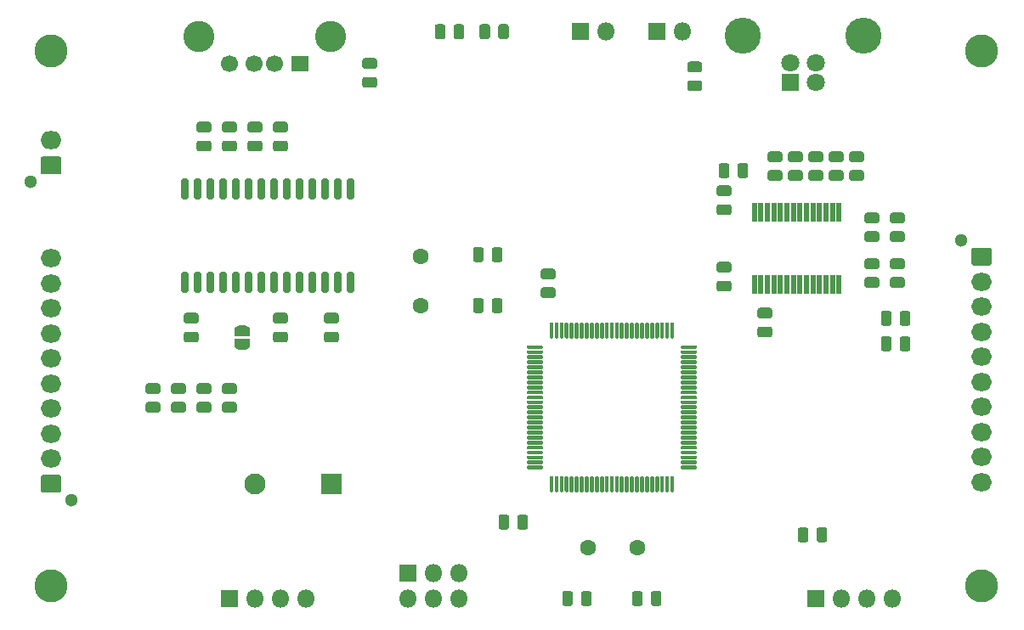
<source format=gbr>
%TF.GenerationSoftware,KiCad,Pcbnew,(5.1.6)-1*%
%TF.CreationDate,2021-07-30T14:46:14+05:30*%
%TF.ProjectId,StockPile_Final,53746f63-6b50-4696-9c65-5f46696e616c,rev?*%
%TF.SameCoordinates,Original*%
%TF.FileFunction,Soldermask,Top*%
%TF.FilePolarity,Negative*%
%FSLAX46Y46*%
G04 Gerber Fmt 4.6, Leading zero omitted, Abs format (unit mm)*
G04 Created by KiCad (PCBNEW (5.1.6)-1) date 2021-07-30 14:46:14*
%MOMM*%
%LPD*%
G01*
G04 APERTURE LIST*
%ADD10O,2.050000X1.800000*%
%ADD11C,1.300000*%
%ADD12C,1.600000*%
%ADD13O,1.800000X1.800000*%
%ADD14R,1.800000X1.800000*%
%ADD15C,2.100000*%
%ADD16R,2.100000X2.100000*%
%ADD17C,0.100000*%
%ADD18O,2.100000X1.800000*%
%ADD19R,0.550000X1.850000*%
%ADD20C,3.600000*%
%ADD21C,1.800000*%
%ADD22C,1.700000*%
%ADD23R,1.700000X1.600000*%
%ADD24C,3.100000*%
%ADD25C,3.300000*%
G04 APERTURE END LIST*
%TO.C,J3*%
G36*
G01*
X99820400Y-98690000D02*
X98299600Y-98690000D01*
G75*
G02*
X98035000Y-98425400I0J264600D01*
G01*
X98035000Y-97154600D01*
G75*
G02*
X98299600Y-96890000I264600J0D01*
G01*
X99820400Y-96890000D01*
G75*
G02*
X100085000Y-97154600I0J-264600D01*
G01*
X100085000Y-98425400D01*
G75*
G02*
X99820400Y-98690000I-264600J0D01*
G01*
G37*
D10*
X99060000Y-95290000D03*
X99060000Y-92790000D03*
X99060000Y-90290000D03*
X99060000Y-87790000D03*
X99060000Y-85290000D03*
X99060000Y-82790000D03*
X99060000Y-80290000D03*
X99060000Y-77790000D03*
X99060000Y-75290000D03*
D11*
X101060000Y-99390000D03*
%TD*%
%TO.C,U1*%
G36*
G01*
X148740000Y-83195000D02*
X148740000Y-81820000D01*
G75*
G02*
X148840000Y-81720000I100000J0D01*
G01*
X149040000Y-81720000D01*
G75*
G02*
X149140000Y-81820000I0J-100000D01*
G01*
X149140000Y-83195000D01*
G75*
G02*
X149040000Y-83295000I-100000J0D01*
G01*
X148840000Y-83295000D01*
G75*
G02*
X148740000Y-83195000I0J100000D01*
G01*
G37*
G36*
G01*
X149240000Y-83195000D02*
X149240000Y-81820000D01*
G75*
G02*
X149340000Y-81720000I100000J0D01*
G01*
X149540000Y-81720000D01*
G75*
G02*
X149640000Y-81820000I0J-100000D01*
G01*
X149640000Y-83195000D01*
G75*
G02*
X149540000Y-83295000I-100000J0D01*
G01*
X149340000Y-83295000D01*
G75*
G02*
X149240000Y-83195000I0J100000D01*
G01*
G37*
G36*
G01*
X149740000Y-83195000D02*
X149740000Y-81820000D01*
G75*
G02*
X149840000Y-81720000I100000J0D01*
G01*
X150040000Y-81720000D01*
G75*
G02*
X150140000Y-81820000I0J-100000D01*
G01*
X150140000Y-83195000D01*
G75*
G02*
X150040000Y-83295000I-100000J0D01*
G01*
X149840000Y-83295000D01*
G75*
G02*
X149740000Y-83195000I0J100000D01*
G01*
G37*
G36*
G01*
X150240000Y-83195000D02*
X150240000Y-81820000D01*
G75*
G02*
X150340000Y-81720000I100000J0D01*
G01*
X150540000Y-81720000D01*
G75*
G02*
X150640000Y-81820000I0J-100000D01*
G01*
X150640000Y-83195000D01*
G75*
G02*
X150540000Y-83295000I-100000J0D01*
G01*
X150340000Y-83295000D01*
G75*
G02*
X150240000Y-83195000I0J100000D01*
G01*
G37*
G36*
G01*
X150740000Y-83195000D02*
X150740000Y-81820000D01*
G75*
G02*
X150840000Y-81720000I100000J0D01*
G01*
X151040000Y-81720000D01*
G75*
G02*
X151140000Y-81820000I0J-100000D01*
G01*
X151140000Y-83195000D01*
G75*
G02*
X151040000Y-83295000I-100000J0D01*
G01*
X150840000Y-83295000D01*
G75*
G02*
X150740000Y-83195000I0J100000D01*
G01*
G37*
G36*
G01*
X151240000Y-83195000D02*
X151240000Y-81820000D01*
G75*
G02*
X151340000Y-81720000I100000J0D01*
G01*
X151540000Y-81720000D01*
G75*
G02*
X151640000Y-81820000I0J-100000D01*
G01*
X151640000Y-83195000D01*
G75*
G02*
X151540000Y-83295000I-100000J0D01*
G01*
X151340000Y-83295000D01*
G75*
G02*
X151240000Y-83195000I0J100000D01*
G01*
G37*
G36*
G01*
X151740000Y-83195000D02*
X151740000Y-81820000D01*
G75*
G02*
X151840000Y-81720000I100000J0D01*
G01*
X152040000Y-81720000D01*
G75*
G02*
X152140000Y-81820000I0J-100000D01*
G01*
X152140000Y-83195000D01*
G75*
G02*
X152040000Y-83295000I-100000J0D01*
G01*
X151840000Y-83295000D01*
G75*
G02*
X151740000Y-83195000I0J100000D01*
G01*
G37*
G36*
G01*
X152240000Y-83195000D02*
X152240000Y-81820000D01*
G75*
G02*
X152340000Y-81720000I100000J0D01*
G01*
X152540000Y-81720000D01*
G75*
G02*
X152640000Y-81820000I0J-100000D01*
G01*
X152640000Y-83195000D01*
G75*
G02*
X152540000Y-83295000I-100000J0D01*
G01*
X152340000Y-83295000D01*
G75*
G02*
X152240000Y-83195000I0J100000D01*
G01*
G37*
G36*
G01*
X152740000Y-83195000D02*
X152740000Y-81820000D01*
G75*
G02*
X152840000Y-81720000I100000J0D01*
G01*
X153040000Y-81720000D01*
G75*
G02*
X153140000Y-81820000I0J-100000D01*
G01*
X153140000Y-83195000D01*
G75*
G02*
X153040000Y-83295000I-100000J0D01*
G01*
X152840000Y-83295000D01*
G75*
G02*
X152740000Y-83195000I0J100000D01*
G01*
G37*
G36*
G01*
X153240000Y-83195000D02*
X153240000Y-81820000D01*
G75*
G02*
X153340000Y-81720000I100000J0D01*
G01*
X153540000Y-81720000D01*
G75*
G02*
X153640000Y-81820000I0J-100000D01*
G01*
X153640000Y-83195000D01*
G75*
G02*
X153540000Y-83295000I-100000J0D01*
G01*
X153340000Y-83295000D01*
G75*
G02*
X153240000Y-83195000I0J100000D01*
G01*
G37*
G36*
G01*
X153740000Y-83195000D02*
X153740000Y-81820000D01*
G75*
G02*
X153840000Y-81720000I100000J0D01*
G01*
X154040000Y-81720000D01*
G75*
G02*
X154140000Y-81820000I0J-100000D01*
G01*
X154140000Y-83195000D01*
G75*
G02*
X154040000Y-83295000I-100000J0D01*
G01*
X153840000Y-83295000D01*
G75*
G02*
X153740000Y-83195000I0J100000D01*
G01*
G37*
G36*
G01*
X154240000Y-83195000D02*
X154240000Y-81820000D01*
G75*
G02*
X154340000Y-81720000I100000J0D01*
G01*
X154540000Y-81720000D01*
G75*
G02*
X154640000Y-81820000I0J-100000D01*
G01*
X154640000Y-83195000D01*
G75*
G02*
X154540000Y-83295000I-100000J0D01*
G01*
X154340000Y-83295000D01*
G75*
G02*
X154240000Y-83195000I0J100000D01*
G01*
G37*
G36*
G01*
X154740000Y-83195000D02*
X154740000Y-81820000D01*
G75*
G02*
X154840000Y-81720000I100000J0D01*
G01*
X155040000Y-81720000D01*
G75*
G02*
X155140000Y-81820000I0J-100000D01*
G01*
X155140000Y-83195000D01*
G75*
G02*
X155040000Y-83295000I-100000J0D01*
G01*
X154840000Y-83295000D01*
G75*
G02*
X154740000Y-83195000I0J100000D01*
G01*
G37*
G36*
G01*
X155240000Y-83195000D02*
X155240000Y-81820000D01*
G75*
G02*
X155340000Y-81720000I100000J0D01*
G01*
X155540000Y-81720000D01*
G75*
G02*
X155640000Y-81820000I0J-100000D01*
G01*
X155640000Y-83195000D01*
G75*
G02*
X155540000Y-83295000I-100000J0D01*
G01*
X155340000Y-83295000D01*
G75*
G02*
X155240000Y-83195000I0J100000D01*
G01*
G37*
G36*
G01*
X155740000Y-83195000D02*
X155740000Y-81820000D01*
G75*
G02*
X155840000Y-81720000I100000J0D01*
G01*
X156040000Y-81720000D01*
G75*
G02*
X156140000Y-81820000I0J-100000D01*
G01*
X156140000Y-83195000D01*
G75*
G02*
X156040000Y-83295000I-100000J0D01*
G01*
X155840000Y-83295000D01*
G75*
G02*
X155740000Y-83195000I0J100000D01*
G01*
G37*
G36*
G01*
X156240000Y-83195000D02*
X156240000Y-81820000D01*
G75*
G02*
X156340000Y-81720000I100000J0D01*
G01*
X156540000Y-81720000D01*
G75*
G02*
X156640000Y-81820000I0J-100000D01*
G01*
X156640000Y-83195000D01*
G75*
G02*
X156540000Y-83295000I-100000J0D01*
G01*
X156340000Y-83295000D01*
G75*
G02*
X156240000Y-83195000I0J100000D01*
G01*
G37*
G36*
G01*
X156740000Y-83195000D02*
X156740000Y-81820000D01*
G75*
G02*
X156840000Y-81720000I100000J0D01*
G01*
X157040000Y-81720000D01*
G75*
G02*
X157140000Y-81820000I0J-100000D01*
G01*
X157140000Y-83195000D01*
G75*
G02*
X157040000Y-83295000I-100000J0D01*
G01*
X156840000Y-83295000D01*
G75*
G02*
X156740000Y-83195000I0J100000D01*
G01*
G37*
G36*
G01*
X157240000Y-83195000D02*
X157240000Y-81820000D01*
G75*
G02*
X157340000Y-81720000I100000J0D01*
G01*
X157540000Y-81720000D01*
G75*
G02*
X157640000Y-81820000I0J-100000D01*
G01*
X157640000Y-83195000D01*
G75*
G02*
X157540000Y-83295000I-100000J0D01*
G01*
X157340000Y-83295000D01*
G75*
G02*
X157240000Y-83195000I0J100000D01*
G01*
G37*
G36*
G01*
X157740000Y-83195000D02*
X157740000Y-81820000D01*
G75*
G02*
X157840000Y-81720000I100000J0D01*
G01*
X158040000Y-81720000D01*
G75*
G02*
X158140000Y-81820000I0J-100000D01*
G01*
X158140000Y-83195000D01*
G75*
G02*
X158040000Y-83295000I-100000J0D01*
G01*
X157840000Y-83295000D01*
G75*
G02*
X157740000Y-83195000I0J100000D01*
G01*
G37*
G36*
G01*
X158240000Y-83195000D02*
X158240000Y-81820000D01*
G75*
G02*
X158340000Y-81720000I100000J0D01*
G01*
X158540000Y-81720000D01*
G75*
G02*
X158640000Y-81820000I0J-100000D01*
G01*
X158640000Y-83195000D01*
G75*
G02*
X158540000Y-83295000I-100000J0D01*
G01*
X158340000Y-83295000D01*
G75*
G02*
X158240000Y-83195000I0J100000D01*
G01*
G37*
G36*
G01*
X158740000Y-83195000D02*
X158740000Y-81820000D01*
G75*
G02*
X158840000Y-81720000I100000J0D01*
G01*
X159040000Y-81720000D01*
G75*
G02*
X159140000Y-81820000I0J-100000D01*
G01*
X159140000Y-83195000D01*
G75*
G02*
X159040000Y-83295000I-100000J0D01*
G01*
X158840000Y-83295000D01*
G75*
G02*
X158740000Y-83195000I0J100000D01*
G01*
G37*
G36*
G01*
X159240000Y-83195000D02*
X159240000Y-81820000D01*
G75*
G02*
X159340000Y-81720000I100000J0D01*
G01*
X159540000Y-81720000D01*
G75*
G02*
X159640000Y-81820000I0J-100000D01*
G01*
X159640000Y-83195000D01*
G75*
G02*
X159540000Y-83295000I-100000J0D01*
G01*
X159340000Y-83295000D01*
G75*
G02*
X159240000Y-83195000I0J100000D01*
G01*
G37*
G36*
G01*
X159740000Y-83195000D02*
X159740000Y-81820000D01*
G75*
G02*
X159840000Y-81720000I100000J0D01*
G01*
X160040000Y-81720000D01*
G75*
G02*
X160140000Y-81820000I0J-100000D01*
G01*
X160140000Y-83195000D01*
G75*
G02*
X160040000Y-83295000I-100000J0D01*
G01*
X159840000Y-83295000D01*
G75*
G02*
X159740000Y-83195000I0J100000D01*
G01*
G37*
G36*
G01*
X160240000Y-83195000D02*
X160240000Y-81820000D01*
G75*
G02*
X160340000Y-81720000I100000J0D01*
G01*
X160540000Y-81720000D01*
G75*
G02*
X160640000Y-81820000I0J-100000D01*
G01*
X160640000Y-83195000D01*
G75*
G02*
X160540000Y-83295000I-100000J0D01*
G01*
X160340000Y-83295000D01*
G75*
G02*
X160240000Y-83195000I0J100000D01*
G01*
G37*
G36*
G01*
X160740000Y-83195000D02*
X160740000Y-81820000D01*
G75*
G02*
X160840000Y-81720000I100000J0D01*
G01*
X161040000Y-81720000D01*
G75*
G02*
X161140000Y-81820000I0J-100000D01*
G01*
X161140000Y-83195000D01*
G75*
G02*
X161040000Y-83295000I-100000J0D01*
G01*
X160840000Y-83295000D01*
G75*
G02*
X160740000Y-83195000I0J100000D01*
G01*
G37*
G36*
G01*
X161815000Y-84270000D02*
X161815000Y-84070000D01*
G75*
G02*
X161915000Y-83970000I100000J0D01*
G01*
X163290000Y-83970000D01*
G75*
G02*
X163390000Y-84070000I0J-100000D01*
G01*
X163390000Y-84270000D01*
G75*
G02*
X163290000Y-84370000I-100000J0D01*
G01*
X161915000Y-84370000D01*
G75*
G02*
X161815000Y-84270000I0J100000D01*
G01*
G37*
G36*
G01*
X161815000Y-84770000D02*
X161815000Y-84570000D01*
G75*
G02*
X161915000Y-84470000I100000J0D01*
G01*
X163290000Y-84470000D01*
G75*
G02*
X163390000Y-84570000I0J-100000D01*
G01*
X163390000Y-84770000D01*
G75*
G02*
X163290000Y-84870000I-100000J0D01*
G01*
X161915000Y-84870000D01*
G75*
G02*
X161815000Y-84770000I0J100000D01*
G01*
G37*
G36*
G01*
X161815000Y-85270000D02*
X161815000Y-85070000D01*
G75*
G02*
X161915000Y-84970000I100000J0D01*
G01*
X163290000Y-84970000D01*
G75*
G02*
X163390000Y-85070000I0J-100000D01*
G01*
X163390000Y-85270000D01*
G75*
G02*
X163290000Y-85370000I-100000J0D01*
G01*
X161915000Y-85370000D01*
G75*
G02*
X161815000Y-85270000I0J100000D01*
G01*
G37*
G36*
G01*
X161815000Y-85770000D02*
X161815000Y-85570000D01*
G75*
G02*
X161915000Y-85470000I100000J0D01*
G01*
X163290000Y-85470000D01*
G75*
G02*
X163390000Y-85570000I0J-100000D01*
G01*
X163390000Y-85770000D01*
G75*
G02*
X163290000Y-85870000I-100000J0D01*
G01*
X161915000Y-85870000D01*
G75*
G02*
X161815000Y-85770000I0J100000D01*
G01*
G37*
G36*
G01*
X161815000Y-86270000D02*
X161815000Y-86070000D01*
G75*
G02*
X161915000Y-85970000I100000J0D01*
G01*
X163290000Y-85970000D01*
G75*
G02*
X163390000Y-86070000I0J-100000D01*
G01*
X163390000Y-86270000D01*
G75*
G02*
X163290000Y-86370000I-100000J0D01*
G01*
X161915000Y-86370000D01*
G75*
G02*
X161815000Y-86270000I0J100000D01*
G01*
G37*
G36*
G01*
X161815000Y-86770000D02*
X161815000Y-86570000D01*
G75*
G02*
X161915000Y-86470000I100000J0D01*
G01*
X163290000Y-86470000D01*
G75*
G02*
X163390000Y-86570000I0J-100000D01*
G01*
X163390000Y-86770000D01*
G75*
G02*
X163290000Y-86870000I-100000J0D01*
G01*
X161915000Y-86870000D01*
G75*
G02*
X161815000Y-86770000I0J100000D01*
G01*
G37*
G36*
G01*
X161815000Y-87270000D02*
X161815000Y-87070000D01*
G75*
G02*
X161915000Y-86970000I100000J0D01*
G01*
X163290000Y-86970000D01*
G75*
G02*
X163390000Y-87070000I0J-100000D01*
G01*
X163390000Y-87270000D01*
G75*
G02*
X163290000Y-87370000I-100000J0D01*
G01*
X161915000Y-87370000D01*
G75*
G02*
X161815000Y-87270000I0J100000D01*
G01*
G37*
G36*
G01*
X161815000Y-87770000D02*
X161815000Y-87570000D01*
G75*
G02*
X161915000Y-87470000I100000J0D01*
G01*
X163290000Y-87470000D01*
G75*
G02*
X163390000Y-87570000I0J-100000D01*
G01*
X163390000Y-87770000D01*
G75*
G02*
X163290000Y-87870000I-100000J0D01*
G01*
X161915000Y-87870000D01*
G75*
G02*
X161815000Y-87770000I0J100000D01*
G01*
G37*
G36*
G01*
X161815000Y-88270000D02*
X161815000Y-88070000D01*
G75*
G02*
X161915000Y-87970000I100000J0D01*
G01*
X163290000Y-87970000D01*
G75*
G02*
X163390000Y-88070000I0J-100000D01*
G01*
X163390000Y-88270000D01*
G75*
G02*
X163290000Y-88370000I-100000J0D01*
G01*
X161915000Y-88370000D01*
G75*
G02*
X161815000Y-88270000I0J100000D01*
G01*
G37*
G36*
G01*
X161815000Y-88770000D02*
X161815000Y-88570000D01*
G75*
G02*
X161915000Y-88470000I100000J0D01*
G01*
X163290000Y-88470000D01*
G75*
G02*
X163390000Y-88570000I0J-100000D01*
G01*
X163390000Y-88770000D01*
G75*
G02*
X163290000Y-88870000I-100000J0D01*
G01*
X161915000Y-88870000D01*
G75*
G02*
X161815000Y-88770000I0J100000D01*
G01*
G37*
G36*
G01*
X161815000Y-89270000D02*
X161815000Y-89070000D01*
G75*
G02*
X161915000Y-88970000I100000J0D01*
G01*
X163290000Y-88970000D01*
G75*
G02*
X163390000Y-89070000I0J-100000D01*
G01*
X163390000Y-89270000D01*
G75*
G02*
X163290000Y-89370000I-100000J0D01*
G01*
X161915000Y-89370000D01*
G75*
G02*
X161815000Y-89270000I0J100000D01*
G01*
G37*
G36*
G01*
X161815000Y-89770000D02*
X161815000Y-89570000D01*
G75*
G02*
X161915000Y-89470000I100000J0D01*
G01*
X163290000Y-89470000D01*
G75*
G02*
X163390000Y-89570000I0J-100000D01*
G01*
X163390000Y-89770000D01*
G75*
G02*
X163290000Y-89870000I-100000J0D01*
G01*
X161915000Y-89870000D01*
G75*
G02*
X161815000Y-89770000I0J100000D01*
G01*
G37*
G36*
G01*
X161815000Y-90270000D02*
X161815000Y-90070000D01*
G75*
G02*
X161915000Y-89970000I100000J0D01*
G01*
X163290000Y-89970000D01*
G75*
G02*
X163390000Y-90070000I0J-100000D01*
G01*
X163390000Y-90270000D01*
G75*
G02*
X163290000Y-90370000I-100000J0D01*
G01*
X161915000Y-90370000D01*
G75*
G02*
X161815000Y-90270000I0J100000D01*
G01*
G37*
G36*
G01*
X161815000Y-90770000D02*
X161815000Y-90570000D01*
G75*
G02*
X161915000Y-90470000I100000J0D01*
G01*
X163290000Y-90470000D01*
G75*
G02*
X163390000Y-90570000I0J-100000D01*
G01*
X163390000Y-90770000D01*
G75*
G02*
X163290000Y-90870000I-100000J0D01*
G01*
X161915000Y-90870000D01*
G75*
G02*
X161815000Y-90770000I0J100000D01*
G01*
G37*
G36*
G01*
X161815000Y-91270000D02*
X161815000Y-91070000D01*
G75*
G02*
X161915000Y-90970000I100000J0D01*
G01*
X163290000Y-90970000D01*
G75*
G02*
X163390000Y-91070000I0J-100000D01*
G01*
X163390000Y-91270000D01*
G75*
G02*
X163290000Y-91370000I-100000J0D01*
G01*
X161915000Y-91370000D01*
G75*
G02*
X161815000Y-91270000I0J100000D01*
G01*
G37*
G36*
G01*
X161815000Y-91770000D02*
X161815000Y-91570000D01*
G75*
G02*
X161915000Y-91470000I100000J0D01*
G01*
X163290000Y-91470000D01*
G75*
G02*
X163390000Y-91570000I0J-100000D01*
G01*
X163390000Y-91770000D01*
G75*
G02*
X163290000Y-91870000I-100000J0D01*
G01*
X161915000Y-91870000D01*
G75*
G02*
X161815000Y-91770000I0J100000D01*
G01*
G37*
G36*
G01*
X161815000Y-92270000D02*
X161815000Y-92070000D01*
G75*
G02*
X161915000Y-91970000I100000J0D01*
G01*
X163290000Y-91970000D01*
G75*
G02*
X163390000Y-92070000I0J-100000D01*
G01*
X163390000Y-92270000D01*
G75*
G02*
X163290000Y-92370000I-100000J0D01*
G01*
X161915000Y-92370000D01*
G75*
G02*
X161815000Y-92270000I0J100000D01*
G01*
G37*
G36*
G01*
X161815000Y-92770000D02*
X161815000Y-92570000D01*
G75*
G02*
X161915000Y-92470000I100000J0D01*
G01*
X163290000Y-92470000D01*
G75*
G02*
X163390000Y-92570000I0J-100000D01*
G01*
X163390000Y-92770000D01*
G75*
G02*
X163290000Y-92870000I-100000J0D01*
G01*
X161915000Y-92870000D01*
G75*
G02*
X161815000Y-92770000I0J100000D01*
G01*
G37*
G36*
G01*
X161815000Y-93270000D02*
X161815000Y-93070000D01*
G75*
G02*
X161915000Y-92970000I100000J0D01*
G01*
X163290000Y-92970000D01*
G75*
G02*
X163390000Y-93070000I0J-100000D01*
G01*
X163390000Y-93270000D01*
G75*
G02*
X163290000Y-93370000I-100000J0D01*
G01*
X161915000Y-93370000D01*
G75*
G02*
X161815000Y-93270000I0J100000D01*
G01*
G37*
G36*
G01*
X161815000Y-93770000D02*
X161815000Y-93570000D01*
G75*
G02*
X161915000Y-93470000I100000J0D01*
G01*
X163290000Y-93470000D01*
G75*
G02*
X163390000Y-93570000I0J-100000D01*
G01*
X163390000Y-93770000D01*
G75*
G02*
X163290000Y-93870000I-100000J0D01*
G01*
X161915000Y-93870000D01*
G75*
G02*
X161815000Y-93770000I0J100000D01*
G01*
G37*
G36*
G01*
X161815000Y-94270000D02*
X161815000Y-94070000D01*
G75*
G02*
X161915000Y-93970000I100000J0D01*
G01*
X163290000Y-93970000D01*
G75*
G02*
X163390000Y-94070000I0J-100000D01*
G01*
X163390000Y-94270000D01*
G75*
G02*
X163290000Y-94370000I-100000J0D01*
G01*
X161915000Y-94370000D01*
G75*
G02*
X161815000Y-94270000I0J100000D01*
G01*
G37*
G36*
G01*
X161815000Y-94770000D02*
X161815000Y-94570000D01*
G75*
G02*
X161915000Y-94470000I100000J0D01*
G01*
X163290000Y-94470000D01*
G75*
G02*
X163390000Y-94570000I0J-100000D01*
G01*
X163390000Y-94770000D01*
G75*
G02*
X163290000Y-94870000I-100000J0D01*
G01*
X161915000Y-94870000D01*
G75*
G02*
X161815000Y-94770000I0J100000D01*
G01*
G37*
G36*
G01*
X161815000Y-95270000D02*
X161815000Y-95070000D01*
G75*
G02*
X161915000Y-94970000I100000J0D01*
G01*
X163290000Y-94970000D01*
G75*
G02*
X163390000Y-95070000I0J-100000D01*
G01*
X163390000Y-95270000D01*
G75*
G02*
X163290000Y-95370000I-100000J0D01*
G01*
X161915000Y-95370000D01*
G75*
G02*
X161815000Y-95270000I0J100000D01*
G01*
G37*
G36*
G01*
X161815000Y-95770000D02*
X161815000Y-95570000D01*
G75*
G02*
X161915000Y-95470000I100000J0D01*
G01*
X163290000Y-95470000D01*
G75*
G02*
X163390000Y-95570000I0J-100000D01*
G01*
X163390000Y-95770000D01*
G75*
G02*
X163290000Y-95870000I-100000J0D01*
G01*
X161915000Y-95870000D01*
G75*
G02*
X161815000Y-95770000I0J100000D01*
G01*
G37*
G36*
G01*
X161815000Y-96270000D02*
X161815000Y-96070000D01*
G75*
G02*
X161915000Y-95970000I100000J0D01*
G01*
X163290000Y-95970000D01*
G75*
G02*
X163390000Y-96070000I0J-100000D01*
G01*
X163390000Y-96270000D01*
G75*
G02*
X163290000Y-96370000I-100000J0D01*
G01*
X161915000Y-96370000D01*
G75*
G02*
X161815000Y-96270000I0J100000D01*
G01*
G37*
G36*
G01*
X160740000Y-98520000D02*
X160740000Y-97145000D01*
G75*
G02*
X160840000Y-97045000I100000J0D01*
G01*
X161040000Y-97045000D01*
G75*
G02*
X161140000Y-97145000I0J-100000D01*
G01*
X161140000Y-98520000D01*
G75*
G02*
X161040000Y-98620000I-100000J0D01*
G01*
X160840000Y-98620000D01*
G75*
G02*
X160740000Y-98520000I0J100000D01*
G01*
G37*
G36*
G01*
X160240000Y-98520000D02*
X160240000Y-97145000D01*
G75*
G02*
X160340000Y-97045000I100000J0D01*
G01*
X160540000Y-97045000D01*
G75*
G02*
X160640000Y-97145000I0J-100000D01*
G01*
X160640000Y-98520000D01*
G75*
G02*
X160540000Y-98620000I-100000J0D01*
G01*
X160340000Y-98620000D01*
G75*
G02*
X160240000Y-98520000I0J100000D01*
G01*
G37*
G36*
G01*
X159740000Y-98520000D02*
X159740000Y-97145000D01*
G75*
G02*
X159840000Y-97045000I100000J0D01*
G01*
X160040000Y-97045000D01*
G75*
G02*
X160140000Y-97145000I0J-100000D01*
G01*
X160140000Y-98520000D01*
G75*
G02*
X160040000Y-98620000I-100000J0D01*
G01*
X159840000Y-98620000D01*
G75*
G02*
X159740000Y-98520000I0J100000D01*
G01*
G37*
G36*
G01*
X159240000Y-98520000D02*
X159240000Y-97145000D01*
G75*
G02*
X159340000Y-97045000I100000J0D01*
G01*
X159540000Y-97045000D01*
G75*
G02*
X159640000Y-97145000I0J-100000D01*
G01*
X159640000Y-98520000D01*
G75*
G02*
X159540000Y-98620000I-100000J0D01*
G01*
X159340000Y-98620000D01*
G75*
G02*
X159240000Y-98520000I0J100000D01*
G01*
G37*
G36*
G01*
X158740000Y-98520000D02*
X158740000Y-97145000D01*
G75*
G02*
X158840000Y-97045000I100000J0D01*
G01*
X159040000Y-97045000D01*
G75*
G02*
X159140000Y-97145000I0J-100000D01*
G01*
X159140000Y-98520000D01*
G75*
G02*
X159040000Y-98620000I-100000J0D01*
G01*
X158840000Y-98620000D01*
G75*
G02*
X158740000Y-98520000I0J100000D01*
G01*
G37*
G36*
G01*
X158240000Y-98520000D02*
X158240000Y-97145000D01*
G75*
G02*
X158340000Y-97045000I100000J0D01*
G01*
X158540000Y-97045000D01*
G75*
G02*
X158640000Y-97145000I0J-100000D01*
G01*
X158640000Y-98520000D01*
G75*
G02*
X158540000Y-98620000I-100000J0D01*
G01*
X158340000Y-98620000D01*
G75*
G02*
X158240000Y-98520000I0J100000D01*
G01*
G37*
G36*
G01*
X157740000Y-98520000D02*
X157740000Y-97145000D01*
G75*
G02*
X157840000Y-97045000I100000J0D01*
G01*
X158040000Y-97045000D01*
G75*
G02*
X158140000Y-97145000I0J-100000D01*
G01*
X158140000Y-98520000D01*
G75*
G02*
X158040000Y-98620000I-100000J0D01*
G01*
X157840000Y-98620000D01*
G75*
G02*
X157740000Y-98520000I0J100000D01*
G01*
G37*
G36*
G01*
X157240000Y-98520000D02*
X157240000Y-97145000D01*
G75*
G02*
X157340000Y-97045000I100000J0D01*
G01*
X157540000Y-97045000D01*
G75*
G02*
X157640000Y-97145000I0J-100000D01*
G01*
X157640000Y-98520000D01*
G75*
G02*
X157540000Y-98620000I-100000J0D01*
G01*
X157340000Y-98620000D01*
G75*
G02*
X157240000Y-98520000I0J100000D01*
G01*
G37*
G36*
G01*
X156740000Y-98520000D02*
X156740000Y-97145000D01*
G75*
G02*
X156840000Y-97045000I100000J0D01*
G01*
X157040000Y-97045000D01*
G75*
G02*
X157140000Y-97145000I0J-100000D01*
G01*
X157140000Y-98520000D01*
G75*
G02*
X157040000Y-98620000I-100000J0D01*
G01*
X156840000Y-98620000D01*
G75*
G02*
X156740000Y-98520000I0J100000D01*
G01*
G37*
G36*
G01*
X156240000Y-98520000D02*
X156240000Y-97145000D01*
G75*
G02*
X156340000Y-97045000I100000J0D01*
G01*
X156540000Y-97045000D01*
G75*
G02*
X156640000Y-97145000I0J-100000D01*
G01*
X156640000Y-98520000D01*
G75*
G02*
X156540000Y-98620000I-100000J0D01*
G01*
X156340000Y-98620000D01*
G75*
G02*
X156240000Y-98520000I0J100000D01*
G01*
G37*
G36*
G01*
X155740000Y-98520000D02*
X155740000Y-97145000D01*
G75*
G02*
X155840000Y-97045000I100000J0D01*
G01*
X156040000Y-97045000D01*
G75*
G02*
X156140000Y-97145000I0J-100000D01*
G01*
X156140000Y-98520000D01*
G75*
G02*
X156040000Y-98620000I-100000J0D01*
G01*
X155840000Y-98620000D01*
G75*
G02*
X155740000Y-98520000I0J100000D01*
G01*
G37*
G36*
G01*
X155240000Y-98520000D02*
X155240000Y-97145000D01*
G75*
G02*
X155340000Y-97045000I100000J0D01*
G01*
X155540000Y-97045000D01*
G75*
G02*
X155640000Y-97145000I0J-100000D01*
G01*
X155640000Y-98520000D01*
G75*
G02*
X155540000Y-98620000I-100000J0D01*
G01*
X155340000Y-98620000D01*
G75*
G02*
X155240000Y-98520000I0J100000D01*
G01*
G37*
G36*
G01*
X154740000Y-98520000D02*
X154740000Y-97145000D01*
G75*
G02*
X154840000Y-97045000I100000J0D01*
G01*
X155040000Y-97045000D01*
G75*
G02*
X155140000Y-97145000I0J-100000D01*
G01*
X155140000Y-98520000D01*
G75*
G02*
X155040000Y-98620000I-100000J0D01*
G01*
X154840000Y-98620000D01*
G75*
G02*
X154740000Y-98520000I0J100000D01*
G01*
G37*
G36*
G01*
X154240000Y-98520000D02*
X154240000Y-97145000D01*
G75*
G02*
X154340000Y-97045000I100000J0D01*
G01*
X154540000Y-97045000D01*
G75*
G02*
X154640000Y-97145000I0J-100000D01*
G01*
X154640000Y-98520000D01*
G75*
G02*
X154540000Y-98620000I-100000J0D01*
G01*
X154340000Y-98620000D01*
G75*
G02*
X154240000Y-98520000I0J100000D01*
G01*
G37*
G36*
G01*
X153740000Y-98520000D02*
X153740000Y-97145000D01*
G75*
G02*
X153840000Y-97045000I100000J0D01*
G01*
X154040000Y-97045000D01*
G75*
G02*
X154140000Y-97145000I0J-100000D01*
G01*
X154140000Y-98520000D01*
G75*
G02*
X154040000Y-98620000I-100000J0D01*
G01*
X153840000Y-98620000D01*
G75*
G02*
X153740000Y-98520000I0J100000D01*
G01*
G37*
G36*
G01*
X153240000Y-98520000D02*
X153240000Y-97145000D01*
G75*
G02*
X153340000Y-97045000I100000J0D01*
G01*
X153540000Y-97045000D01*
G75*
G02*
X153640000Y-97145000I0J-100000D01*
G01*
X153640000Y-98520000D01*
G75*
G02*
X153540000Y-98620000I-100000J0D01*
G01*
X153340000Y-98620000D01*
G75*
G02*
X153240000Y-98520000I0J100000D01*
G01*
G37*
G36*
G01*
X152740000Y-98520000D02*
X152740000Y-97145000D01*
G75*
G02*
X152840000Y-97045000I100000J0D01*
G01*
X153040000Y-97045000D01*
G75*
G02*
X153140000Y-97145000I0J-100000D01*
G01*
X153140000Y-98520000D01*
G75*
G02*
X153040000Y-98620000I-100000J0D01*
G01*
X152840000Y-98620000D01*
G75*
G02*
X152740000Y-98520000I0J100000D01*
G01*
G37*
G36*
G01*
X152240000Y-98520000D02*
X152240000Y-97145000D01*
G75*
G02*
X152340000Y-97045000I100000J0D01*
G01*
X152540000Y-97045000D01*
G75*
G02*
X152640000Y-97145000I0J-100000D01*
G01*
X152640000Y-98520000D01*
G75*
G02*
X152540000Y-98620000I-100000J0D01*
G01*
X152340000Y-98620000D01*
G75*
G02*
X152240000Y-98520000I0J100000D01*
G01*
G37*
G36*
G01*
X151740000Y-98520000D02*
X151740000Y-97145000D01*
G75*
G02*
X151840000Y-97045000I100000J0D01*
G01*
X152040000Y-97045000D01*
G75*
G02*
X152140000Y-97145000I0J-100000D01*
G01*
X152140000Y-98520000D01*
G75*
G02*
X152040000Y-98620000I-100000J0D01*
G01*
X151840000Y-98620000D01*
G75*
G02*
X151740000Y-98520000I0J100000D01*
G01*
G37*
G36*
G01*
X151240000Y-98520000D02*
X151240000Y-97145000D01*
G75*
G02*
X151340000Y-97045000I100000J0D01*
G01*
X151540000Y-97045000D01*
G75*
G02*
X151640000Y-97145000I0J-100000D01*
G01*
X151640000Y-98520000D01*
G75*
G02*
X151540000Y-98620000I-100000J0D01*
G01*
X151340000Y-98620000D01*
G75*
G02*
X151240000Y-98520000I0J100000D01*
G01*
G37*
G36*
G01*
X150740000Y-98520000D02*
X150740000Y-97145000D01*
G75*
G02*
X150840000Y-97045000I100000J0D01*
G01*
X151040000Y-97045000D01*
G75*
G02*
X151140000Y-97145000I0J-100000D01*
G01*
X151140000Y-98520000D01*
G75*
G02*
X151040000Y-98620000I-100000J0D01*
G01*
X150840000Y-98620000D01*
G75*
G02*
X150740000Y-98520000I0J100000D01*
G01*
G37*
G36*
G01*
X150240000Y-98520000D02*
X150240000Y-97145000D01*
G75*
G02*
X150340000Y-97045000I100000J0D01*
G01*
X150540000Y-97045000D01*
G75*
G02*
X150640000Y-97145000I0J-100000D01*
G01*
X150640000Y-98520000D01*
G75*
G02*
X150540000Y-98620000I-100000J0D01*
G01*
X150340000Y-98620000D01*
G75*
G02*
X150240000Y-98520000I0J100000D01*
G01*
G37*
G36*
G01*
X149740000Y-98520000D02*
X149740000Y-97145000D01*
G75*
G02*
X149840000Y-97045000I100000J0D01*
G01*
X150040000Y-97045000D01*
G75*
G02*
X150140000Y-97145000I0J-100000D01*
G01*
X150140000Y-98520000D01*
G75*
G02*
X150040000Y-98620000I-100000J0D01*
G01*
X149840000Y-98620000D01*
G75*
G02*
X149740000Y-98520000I0J100000D01*
G01*
G37*
G36*
G01*
X149240000Y-98520000D02*
X149240000Y-97145000D01*
G75*
G02*
X149340000Y-97045000I100000J0D01*
G01*
X149540000Y-97045000D01*
G75*
G02*
X149640000Y-97145000I0J-100000D01*
G01*
X149640000Y-98520000D01*
G75*
G02*
X149540000Y-98620000I-100000J0D01*
G01*
X149340000Y-98620000D01*
G75*
G02*
X149240000Y-98520000I0J100000D01*
G01*
G37*
G36*
G01*
X148740000Y-98520000D02*
X148740000Y-97145000D01*
G75*
G02*
X148840000Y-97045000I100000J0D01*
G01*
X149040000Y-97045000D01*
G75*
G02*
X149140000Y-97145000I0J-100000D01*
G01*
X149140000Y-98520000D01*
G75*
G02*
X149040000Y-98620000I-100000J0D01*
G01*
X148840000Y-98620000D01*
G75*
G02*
X148740000Y-98520000I0J100000D01*
G01*
G37*
G36*
G01*
X146490000Y-96270000D02*
X146490000Y-96070000D01*
G75*
G02*
X146590000Y-95970000I100000J0D01*
G01*
X147965000Y-95970000D01*
G75*
G02*
X148065000Y-96070000I0J-100000D01*
G01*
X148065000Y-96270000D01*
G75*
G02*
X147965000Y-96370000I-100000J0D01*
G01*
X146590000Y-96370000D01*
G75*
G02*
X146490000Y-96270000I0J100000D01*
G01*
G37*
G36*
G01*
X146490000Y-95770000D02*
X146490000Y-95570000D01*
G75*
G02*
X146590000Y-95470000I100000J0D01*
G01*
X147965000Y-95470000D01*
G75*
G02*
X148065000Y-95570000I0J-100000D01*
G01*
X148065000Y-95770000D01*
G75*
G02*
X147965000Y-95870000I-100000J0D01*
G01*
X146590000Y-95870000D01*
G75*
G02*
X146490000Y-95770000I0J100000D01*
G01*
G37*
G36*
G01*
X146490000Y-95270000D02*
X146490000Y-95070000D01*
G75*
G02*
X146590000Y-94970000I100000J0D01*
G01*
X147965000Y-94970000D01*
G75*
G02*
X148065000Y-95070000I0J-100000D01*
G01*
X148065000Y-95270000D01*
G75*
G02*
X147965000Y-95370000I-100000J0D01*
G01*
X146590000Y-95370000D01*
G75*
G02*
X146490000Y-95270000I0J100000D01*
G01*
G37*
G36*
G01*
X146490000Y-94770000D02*
X146490000Y-94570000D01*
G75*
G02*
X146590000Y-94470000I100000J0D01*
G01*
X147965000Y-94470000D01*
G75*
G02*
X148065000Y-94570000I0J-100000D01*
G01*
X148065000Y-94770000D01*
G75*
G02*
X147965000Y-94870000I-100000J0D01*
G01*
X146590000Y-94870000D01*
G75*
G02*
X146490000Y-94770000I0J100000D01*
G01*
G37*
G36*
G01*
X146490000Y-94270000D02*
X146490000Y-94070000D01*
G75*
G02*
X146590000Y-93970000I100000J0D01*
G01*
X147965000Y-93970000D01*
G75*
G02*
X148065000Y-94070000I0J-100000D01*
G01*
X148065000Y-94270000D01*
G75*
G02*
X147965000Y-94370000I-100000J0D01*
G01*
X146590000Y-94370000D01*
G75*
G02*
X146490000Y-94270000I0J100000D01*
G01*
G37*
G36*
G01*
X146490000Y-93770000D02*
X146490000Y-93570000D01*
G75*
G02*
X146590000Y-93470000I100000J0D01*
G01*
X147965000Y-93470000D01*
G75*
G02*
X148065000Y-93570000I0J-100000D01*
G01*
X148065000Y-93770000D01*
G75*
G02*
X147965000Y-93870000I-100000J0D01*
G01*
X146590000Y-93870000D01*
G75*
G02*
X146490000Y-93770000I0J100000D01*
G01*
G37*
G36*
G01*
X146490000Y-93270000D02*
X146490000Y-93070000D01*
G75*
G02*
X146590000Y-92970000I100000J0D01*
G01*
X147965000Y-92970000D01*
G75*
G02*
X148065000Y-93070000I0J-100000D01*
G01*
X148065000Y-93270000D01*
G75*
G02*
X147965000Y-93370000I-100000J0D01*
G01*
X146590000Y-93370000D01*
G75*
G02*
X146490000Y-93270000I0J100000D01*
G01*
G37*
G36*
G01*
X146490000Y-92770000D02*
X146490000Y-92570000D01*
G75*
G02*
X146590000Y-92470000I100000J0D01*
G01*
X147965000Y-92470000D01*
G75*
G02*
X148065000Y-92570000I0J-100000D01*
G01*
X148065000Y-92770000D01*
G75*
G02*
X147965000Y-92870000I-100000J0D01*
G01*
X146590000Y-92870000D01*
G75*
G02*
X146490000Y-92770000I0J100000D01*
G01*
G37*
G36*
G01*
X146490000Y-92270000D02*
X146490000Y-92070000D01*
G75*
G02*
X146590000Y-91970000I100000J0D01*
G01*
X147965000Y-91970000D01*
G75*
G02*
X148065000Y-92070000I0J-100000D01*
G01*
X148065000Y-92270000D01*
G75*
G02*
X147965000Y-92370000I-100000J0D01*
G01*
X146590000Y-92370000D01*
G75*
G02*
X146490000Y-92270000I0J100000D01*
G01*
G37*
G36*
G01*
X146490000Y-91770000D02*
X146490000Y-91570000D01*
G75*
G02*
X146590000Y-91470000I100000J0D01*
G01*
X147965000Y-91470000D01*
G75*
G02*
X148065000Y-91570000I0J-100000D01*
G01*
X148065000Y-91770000D01*
G75*
G02*
X147965000Y-91870000I-100000J0D01*
G01*
X146590000Y-91870000D01*
G75*
G02*
X146490000Y-91770000I0J100000D01*
G01*
G37*
G36*
G01*
X146490000Y-91270000D02*
X146490000Y-91070000D01*
G75*
G02*
X146590000Y-90970000I100000J0D01*
G01*
X147965000Y-90970000D01*
G75*
G02*
X148065000Y-91070000I0J-100000D01*
G01*
X148065000Y-91270000D01*
G75*
G02*
X147965000Y-91370000I-100000J0D01*
G01*
X146590000Y-91370000D01*
G75*
G02*
X146490000Y-91270000I0J100000D01*
G01*
G37*
G36*
G01*
X146490000Y-90770000D02*
X146490000Y-90570000D01*
G75*
G02*
X146590000Y-90470000I100000J0D01*
G01*
X147965000Y-90470000D01*
G75*
G02*
X148065000Y-90570000I0J-100000D01*
G01*
X148065000Y-90770000D01*
G75*
G02*
X147965000Y-90870000I-100000J0D01*
G01*
X146590000Y-90870000D01*
G75*
G02*
X146490000Y-90770000I0J100000D01*
G01*
G37*
G36*
G01*
X146490000Y-90270000D02*
X146490000Y-90070000D01*
G75*
G02*
X146590000Y-89970000I100000J0D01*
G01*
X147965000Y-89970000D01*
G75*
G02*
X148065000Y-90070000I0J-100000D01*
G01*
X148065000Y-90270000D01*
G75*
G02*
X147965000Y-90370000I-100000J0D01*
G01*
X146590000Y-90370000D01*
G75*
G02*
X146490000Y-90270000I0J100000D01*
G01*
G37*
G36*
G01*
X146490000Y-89770000D02*
X146490000Y-89570000D01*
G75*
G02*
X146590000Y-89470000I100000J0D01*
G01*
X147965000Y-89470000D01*
G75*
G02*
X148065000Y-89570000I0J-100000D01*
G01*
X148065000Y-89770000D01*
G75*
G02*
X147965000Y-89870000I-100000J0D01*
G01*
X146590000Y-89870000D01*
G75*
G02*
X146490000Y-89770000I0J100000D01*
G01*
G37*
G36*
G01*
X146490000Y-89270000D02*
X146490000Y-89070000D01*
G75*
G02*
X146590000Y-88970000I100000J0D01*
G01*
X147965000Y-88970000D01*
G75*
G02*
X148065000Y-89070000I0J-100000D01*
G01*
X148065000Y-89270000D01*
G75*
G02*
X147965000Y-89370000I-100000J0D01*
G01*
X146590000Y-89370000D01*
G75*
G02*
X146490000Y-89270000I0J100000D01*
G01*
G37*
G36*
G01*
X146490000Y-88770000D02*
X146490000Y-88570000D01*
G75*
G02*
X146590000Y-88470000I100000J0D01*
G01*
X147965000Y-88470000D01*
G75*
G02*
X148065000Y-88570000I0J-100000D01*
G01*
X148065000Y-88770000D01*
G75*
G02*
X147965000Y-88870000I-100000J0D01*
G01*
X146590000Y-88870000D01*
G75*
G02*
X146490000Y-88770000I0J100000D01*
G01*
G37*
G36*
G01*
X146490000Y-88270000D02*
X146490000Y-88070000D01*
G75*
G02*
X146590000Y-87970000I100000J0D01*
G01*
X147965000Y-87970000D01*
G75*
G02*
X148065000Y-88070000I0J-100000D01*
G01*
X148065000Y-88270000D01*
G75*
G02*
X147965000Y-88370000I-100000J0D01*
G01*
X146590000Y-88370000D01*
G75*
G02*
X146490000Y-88270000I0J100000D01*
G01*
G37*
G36*
G01*
X146490000Y-87770000D02*
X146490000Y-87570000D01*
G75*
G02*
X146590000Y-87470000I100000J0D01*
G01*
X147965000Y-87470000D01*
G75*
G02*
X148065000Y-87570000I0J-100000D01*
G01*
X148065000Y-87770000D01*
G75*
G02*
X147965000Y-87870000I-100000J0D01*
G01*
X146590000Y-87870000D01*
G75*
G02*
X146490000Y-87770000I0J100000D01*
G01*
G37*
G36*
G01*
X146490000Y-87270000D02*
X146490000Y-87070000D01*
G75*
G02*
X146590000Y-86970000I100000J0D01*
G01*
X147965000Y-86970000D01*
G75*
G02*
X148065000Y-87070000I0J-100000D01*
G01*
X148065000Y-87270000D01*
G75*
G02*
X147965000Y-87370000I-100000J0D01*
G01*
X146590000Y-87370000D01*
G75*
G02*
X146490000Y-87270000I0J100000D01*
G01*
G37*
G36*
G01*
X146490000Y-86770000D02*
X146490000Y-86570000D01*
G75*
G02*
X146590000Y-86470000I100000J0D01*
G01*
X147965000Y-86470000D01*
G75*
G02*
X148065000Y-86570000I0J-100000D01*
G01*
X148065000Y-86770000D01*
G75*
G02*
X147965000Y-86870000I-100000J0D01*
G01*
X146590000Y-86870000D01*
G75*
G02*
X146490000Y-86770000I0J100000D01*
G01*
G37*
G36*
G01*
X146490000Y-86270000D02*
X146490000Y-86070000D01*
G75*
G02*
X146590000Y-85970000I100000J0D01*
G01*
X147965000Y-85970000D01*
G75*
G02*
X148065000Y-86070000I0J-100000D01*
G01*
X148065000Y-86270000D01*
G75*
G02*
X147965000Y-86370000I-100000J0D01*
G01*
X146590000Y-86370000D01*
G75*
G02*
X146490000Y-86270000I0J100000D01*
G01*
G37*
G36*
G01*
X146490000Y-85770000D02*
X146490000Y-85570000D01*
G75*
G02*
X146590000Y-85470000I100000J0D01*
G01*
X147965000Y-85470000D01*
G75*
G02*
X148065000Y-85570000I0J-100000D01*
G01*
X148065000Y-85770000D01*
G75*
G02*
X147965000Y-85870000I-100000J0D01*
G01*
X146590000Y-85870000D01*
G75*
G02*
X146490000Y-85770000I0J100000D01*
G01*
G37*
G36*
G01*
X146490000Y-85270000D02*
X146490000Y-85070000D01*
G75*
G02*
X146590000Y-84970000I100000J0D01*
G01*
X147965000Y-84970000D01*
G75*
G02*
X148065000Y-85070000I0J-100000D01*
G01*
X148065000Y-85270000D01*
G75*
G02*
X147965000Y-85370000I-100000J0D01*
G01*
X146590000Y-85370000D01*
G75*
G02*
X146490000Y-85270000I0J100000D01*
G01*
G37*
G36*
G01*
X146490000Y-84770000D02*
X146490000Y-84570000D01*
G75*
G02*
X146590000Y-84470000I100000J0D01*
G01*
X147965000Y-84470000D01*
G75*
G02*
X148065000Y-84570000I0J-100000D01*
G01*
X148065000Y-84770000D01*
G75*
G02*
X147965000Y-84870000I-100000J0D01*
G01*
X146590000Y-84870000D01*
G75*
G02*
X146490000Y-84770000I0J100000D01*
G01*
G37*
G36*
G01*
X146490000Y-84270000D02*
X146490000Y-84070000D01*
G75*
G02*
X146590000Y-83970000I100000J0D01*
G01*
X147965000Y-83970000D01*
G75*
G02*
X148065000Y-84070000I0J-100000D01*
G01*
X148065000Y-84270000D01*
G75*
G02*
X147965000Y-84370000I-100000J0D01*
G01*
X146590000Y-84370000D01*
G75*
G02*
X146490000Y-84270000I0J100000D01*
G01*
G37*
%TD*%
D12*
%TO.C,Y2*%
X152600000Y-104140000D03*
X157480000Y-104140000D03*
%TD*%
%TO.C,R18*%
G36*
G01*
X111278750Y-89632500D02*
X112241250Y-89632500D01*
G75*
G02*
X112510000Y-89901250I0J-268750D01*
G01*
X112510000Y-90438750D01*
G75*
G02*
X112241250Y-90707500I-268750J0D01*
G01*
X111278750Y-90707500D01*
G75*
G02*
X111010000Y-90438750I0J268750D01*
G01*
X111010000Y-89901250D01*
G75*
G02*
X111278750Y-89632500I268750J0D01*
G01*
G37*
G36*
G01*
X111278750Y-87757500D02*
X112241250Y-87757500D01*
G75*
G02*
X112510000Y-88026250I0J-268750D01*
G01*
X112510000Y-88563750D01*
G75*
G02*
X112241250Y-88832500I-268750J0D01*
G01*
X111278750Y-88832500D01*
G75*
G02*
X111010000Y-88563750I0J268750D01*
G01*
X111010000Y-88026250D01*
G75*
G02*
X111278750Y-87757500I268750J0D01*
G01*
G37*
%TD*%
%TO.C,R17*%
G36*
G01*
X114781250Y-88832500D02*
X113818750Y-88832500D01*
G75*
G02*
X113550000Y-88563750I0J268750D01*
G01*
X113550000Y-88026250D01*
G75*
G02*
X113818750Y-87757500I268750J0D01*
G01*
X114781250Y-87757500D01*
G75*
G02*
X115050000Y-88026250I0J-268750D01*
G01*
X115050000Y-88563750D01*
G75*
G02*
X114781250Y-88832500I-268750J0D01*
G01*
G37*
G36*
G01*
X114781250Y-90707500D02*
X113818750Y-90707500D01*
G75*
G02*
X113550000Y-90438750I0J268750D01*
G01*
X113550000Y-89901250D01*
G75*
G02*
X113818750Y-89632500I268750J0D01*
G01*
X114781250Y-89632500D01*
G75*
G02*
X115050000Y-89901250I0J-268750D01*
G01*
X115050000Y-90438750D01*
G75*
G02*
X114781250Y-90707500I-268750J0D01*
G01*
G37*
%TD*%
%TO.C,R16*%
G36*
G01*
X108738750Y-89632500D02*
X109701250Y-89632500D01*
G75*
G02*
X109970000Y-89901250I0J-268750D01*
G01*
X109970000Y-90438750D01*
G75*
G02*
X109701250Y-90707500I-268750J0D01*
G01*
X108738750Y-90707500D01*
G75*
G02*
X108470000Y-90438750I0J268750D01*
G01*
X108470000Y-89901250D01*
G75*
G02*
X108738750Y-89632500I268750J0D01*
G01*
G37*
G36*
G01*
X108738750Y-87757500D02*
X109701250Y-87757500D01*
G75*
G02*
X109970000Y-88026250I0J-268750D01*
G01*
X109970000Y-88563750D01*
G75*
G02*
X109701250Y-88832500I-268750J0D01*
G01*
X108738750Y-88832500D01*
G75*
G02*
X108470000Y-88563750I0J268750D01*
G01*
X108470000Y-88026250D01*
G75*
G02*
X108738750Y-87757500I268750J0D01*
G01*
G37*
%TD*%
%TO.C,R15*%
G36*
G01*
X117321250Y-88832500D02*
X116358750Y-88832500D01*
G75*
G02*
X116090000Y-88563750I0J268750D01*
G01*
X116090000Y-88026250D01*
G75*
G02*
X116358750Y-87757500I268750J0D01*
G01*
X117321250Y-87757500D01*
G75*
G02*
X117590000Y-88026250I0J-268750D01*
G01*
X117590000Y-88563750D01*
G75*
G02*
X117321250Y-88832500I-268750J0D01*
G01*
G37*
G36*
G01*
X117321250Y-90707500D02*
X116358750Y-90707500D01*
G75*
G02*
X116090000Y-90438750I0J268750D01*
G01*
X116090000Y-89901250D01*
G75*
G02*
X116358750Y-89632500I268750J0D01*
G01*
X117321250Y-89632500D01*
G75*
G02*
X117590000Y-89901250I0J-268750D01*
G01*
X117590000Y-90438750D01*
G75*
G02*
X117321250Y-90707500I-268750J0D01*
G01*
G37*
%TD*%
%TO.C,R14*%
G36*
G01*
X182812500Y-83338750D02*
X182812500Y-84301250D01*
G75*
G02*
X182543750Y-84570000I-268750J0D01*
G01*
X182006250Y-84570000D01*
G75*
G02*
X181737500Y-84301250I0J268750D01*
G01*
X181737500Y-83338750D01*
G75*
G02*
X182006250Y-83070000I268750J0D01*
G01*
X182543750Y-83070000D01*
G75*
G02*
X182812500Y-83338750I0J-268750D01*
G01*
G37*
G36*
G01*
X184687500Y-83338750D02*
X184687500Y-84301250D01*
G75*
G02*
X184418750Y-84570000I-268750J0D01*
G01*
X183881250Y-84570000D01*
G75*
G02*
X183612500Y-84301250I0J268750D01*
G01*
X183612500Y-83338750D01*
G75*
G02*
X183881250Y-83070000I268750J0D01*
G01*
X184418750Y-83070000D01*
G75*
G02*
X184687500Y-83338750I0J-268750D01*
G01*
G37*
%TD*%
%TO.C,R13*%
G36*
G01*
X183612500Y-81761250D02*
X183612500Y-80798750D01*
G75*
G02*
X183881250Y-80530000I268750J0D01*
G01*
X184418750Y-80530000D01*
G75*
G02*
X184687500Y-80798750I0J-268750D01*
G01*
X184687500Y-81761250D01*
G75*
G02*
X184418750Y-82030000I-268750J0D01*
G01*
X183881250Y-82030000D01*
G75*
G02*
X183612500Y-81761250I0J268750D01*
G01*
G37*
G36*
G01*
X181737500Y-81761250D02*
X181737500Y-80798750D01*
G75*
G02*
X182006250Y-80530000I268750J0D01*
G01*
X182543750Y-80530000D01*
G75*
G02*
X182812500Y-80798750I0J-268750D01*
G01*
X182812500Y-81761250D01*
G75*
G02*
X182543750Y-82030000I-268750J0D01*
G01*
X182006250Y-82030000D01*
G75*
G02*
X181737500Y-81761250I0J268750D01*
G01*
G37*
%TD*%
%TO.C,R12*%
G36*
G01*
X145512500Y-102081250D02*
X145512500Y-101118750D01*
G75*
G02*
X145781250Y-100850000I268750J0D01*
G01*
X146318750Y-100850000D01*
G75*
G02*
X146587500Y-101118750I0J-268750D01*
G01*
X146587500Y-102081250D01*
G75*
G02*
X146318750Y-102350000I-268750J0D01*
G01*
X145781250Y-102350000D01*
G75*
G02*
X145512500Y-102081250I0J268750D01*
G01*
G37*
G36*
G01*
X143637500Y-102081250D02*
X143637500Y-101118750D01*
G75*
G02*
X143906250Y-100850000I268750J0D01*
G01*
X144443750Y-100850000D01*
G75*
G02*
X144712500Y-101118750I0J-268750D01*
G01*
X144712500Y-102081250D01*
G75*
G02*
X144443750Y-102350000I-268750J0D01*
G01*
X143906250Y-102350000D01*
G75*
G02*
X143637500Y-102081250I0J268750D01*
G01*
G37*
%TD*%
%TO.C,J10*%
G36*
G01*
X191009706Y-74230000D02*
X192530294Y-74230000D01*
G75*
G02*
X192795000Y-74494706I0J-264706D01*
G01*
X192795000Y-75765294D01*
G75*
G02*
X192530294Y-76030000I-264706J0D01*
G01*
X191009706Y-76030000D01*
G75*
G02*
X190745000Y-75765294I0J264706D01*
G01*
X190745000Y-74494706D01*
G75*
G02*
X191009706Y-74230000I264706J0D01*
G01*
G37*
D10*
X191770000Y-77630000D03*
X191770000Y-80130000D03*
X191770000Y-82630000D03*
X191770000Y-85130000D03*
X191770000Y-87630000D03*
X191770000Y-90130000D03*
X191770000Y-92630000D03*
X191770000Y-95130000D03*
X191770000Y-97630000D03*
D11*
X189770000Y-73530000D03*
%TD*%
D13*
%TO.C,J9*%
X139700000Y-109220000D03*
X139700000Y-106680000D03*
X137160000Y-109220000D03*
X137160000Y-106680000D03*
X134620000Y-109220000D03*
D14*
X134620000Y-106680000D03*
%TD*%
D13*
%TO.C,J8*%
X182880000Y-109220000D03*
X180340000Y-109220000D03*
X177800000Y-109220000D03*
D14*
X175260000Y-109220000D03*
%TD*%
D13*
%TO.C,J7*%
X124460000Y-109220000D03*
X121920000Y-109220000D03*
X119380000Y-109220000D03*
D14*
X116840000Y-109220000D03*
%TD*%
%TO.C,FB1*%
G36*
G01*
X148108750Y-78202500D02*
X149071250Y-78202500D01*
G75*
G02*
X149340000Y-78471250I0J-268750D01*
G01*
X149340000Y-79008750D01*
G75*
G02*
X149071250Y-79277500I-268750J0D01*
G01*
X148108750Y-79277500D01*
G75*
G02*
X147840000Y-79008750I0J268750D01*
G01*
X147840000Y-78471250D01*
G75*
G02*
X148108750Y-78202500I268750J0D01*
G01*
G37*
G36*
G01*
X148108750Y-76327500D02*
X149071250Y-76327500D01*
G75*
G02*
X149340000Y-76596250I0J-268750D01*
G01*
X149340000Y-77133750D01*
G75*
G02*
X149071250Y-77402500I-268750J0D01*
G01*
X148108750Y-77402500D01*
G75*
G02*
X147840000Y-77133750I0J268750D01*
G01*
X147840000Y-76596250D01*
G75*
G02*
X148108750Y-76327500I268750J0D01*
G01*
G37*
%TD*%
%TO.C,C27*%
G36*
G01*
X175327500Y-103351250D02*
X175327500Y-102388750D01*
G75*
G02*
X175596250Y-102120000I268750J0D01*
G01*
X176133750Y-102120000D01*
G75*
G02*
X176402500Y-102388750I0J-268750D01*
G01*
X176402500Y-103351250D01*
G75*
G02*
X176133750Y-103620000I-268750J0D01*
G01*
X175596250Y-103620000D01*
G75*
G02*
X175327500Y-103351250I0J268750D01*
G01*
G37*
G36*
G01*
X173452500Y-103351250D02*
X173452500Y-102388750D01*
G75*
G02*
X173721250Y-102120000I268750J0D01*
G01*
X174258750Y-102120000D01*
G75*
G02*
X174527500Y-102388750I0J-268750D01*
G01*
X174527500Y-103351250D01*
G75*
G02*
X174258750Y-103620000I-268750J0D01*
G01*
X173721250Y-103620000D01*
G75*
G02*
X173452500Y-103351250I0J268750D01*
G01*
G37*
%TD*%
%TO.C,C22*%
G36*
G01*
X151062500Y-108738750D02*
X151062500Y-109701250D01*
G75*
G02*
X150793750Y-109970000I-268750J0D01*
G01*
X150256250Y-109970000D01*
G75*
G02*
X149987500Y-109701250I0J268750D01*
G01*
X149987500Y-108738750D01*
G75*
G02*
X150256250Y-108470000I268750J0D01*
G01*
X150793750Y-108470000D01*
G75*
G02*
X151062500Y-108738750I0J-268750D01*
G01*
G37*
G36*
G01*
X152937500Y-108738750D02*
X152937500Y-109701250D01*
G75*
G02*
X152668750Y-109970000I-268750J0D01*
G01*
X152131250Y-109970000D01*
G75*
G02*
X151862500Y-109701250I0J268750D01*
G01*
X151862500Y-108738750D01*
G75*
G02*
X152131250Y-108470000I268750J0D01*
G01*
X152668750Y-108470000D01*
G75*
G02*
X152937500Y-108738750I0J-268750D01*
G01*
G37*
%TD*%
%TO.C,C21*%
G36*
G01*
X158017500Y-108738750D02*
X158017500Y-109701250D01*
G75*
G02*
X157748750Y-109970000I-268750J0D01*
G01*
X157211250Y-109970000D01*
G75*
G02*
X156942500Y-109701250I0J268750D01*
G01*
X156942500Y-108738750D01*
G75*
G02*
X157211250Y-108470000I268750J0D01*
G01*
X157748750Y-108470000D01*
G75*
G02*
X158017500Y-108738750I0J-268750D01*
G01*
G37*
G36*
G01*
X159892500Y-108738750D02*
X159892500Y-109701250D01*
G75*
G02*
X159623750Y-109970000I-268750J0D01*
G01*
X159086250Y-109970000D01*
G75*
G02*
X158817500Y-109701250I0J268750D01*
G01*
X158817500Y-108738750D01*
G75*
G02*
X159086250Y-108470000I268750J0D01*
G01*
X159623750Y-108470000D01*
G75*
G02*
X159892500Y-108738750I0J-268750D01*
G01*
G37*
%TD*%
D15*
%TO.C,BZ1*%
X119400000Y-97790000D03*
D16*
X127000000Y-97790000D03*
%TD*%
D12*
%TO.C,Y1*%
X135890000Y-75130000D03*
X135890000Y-80010000D03*
%TD*%
%TO.C,R11*%
G36*
G01*
X116358750Y-63567500D02*
X117321250Y-63567500D01*
G75*
G02*
X117590000Y-63836250I0J-268750D01*
G01*
X117590000Y-64373750D01*
G75*
G02*
X117321250Y-64642500I-268750J0D01*
G01*
X116358750Y-64642500D01*
G75*
G02*
X116090000Y-64373750I0J268750D01*
G01*
X116090000Y-63836250D01*
G75*
G02*
X116358750Y-63567500I268750J0D01*
G01*
G37*
G36*
G01*
X116358750Y-61692500D02*
X117321250Y-61692500D01*
G75*
G02*
X117590000Y-61961250I0J-268750D01*
G01*
X117590000Y-62498750D01*
G75*
G02*
X117321250Y-62767500I-268750J0D01*
G01*
X116358750Y-62767500D01*
G75*
G02*
X116090000Y-62498750I0J268750D01*
G01*
X116090000Y-61961250D01*
G75*
G02*
X116358750Y-61692500I268750J0D01*
G01*
G37*
%TD*%
%TO.C,R10*%
G36*
G01*
X122401250Y-62767500D02*
X121438750Y-62767500D01*
G75*
G02*
X121170000Y-62498750I0J268750D01*
G01*
X121170000Y-61961250D01*
G75*
G02*
X121438750Y-61692500I268750J0D01*
G01*
X122401250Y-61692500D01*
G75*
G02*
X122670000Y-61961250I0J-268750D01*
G01*
X122670000Y-62498750D01*
G75*
G02*
X122401250Y-62767500I-268750J0D01*
G01*
G37*
G36*
G01*
X122401250Y-64642500D02*
X121438750Y-64642500D01*
G75*
G02*
X121170000Y-64373750I0J268750D01*
G01*
X121170000Y-63836250D01*
G75*
G02*
X121438750Y-63567500I268750J0D01*
G01*
X122401250Y-63567500D01*
G75*
G02*
X122670000Y-63836250I0J-268750D01*
G01*
X122670000Y-64373750D01*
G75*
G02*
X122401250Y-64642500I-268750J0D01*
G01*
G37*
%TD*%
%TO.C,R9*%
G36*
G01*
X119861250Y-62767500D02*
X118898750Y-62767500D01*
G75*
G02*
X118630000Y-62498750I0J268750D01*
G01*
X118630000Y-61961250D01*
G75*
G02*
X118898750Y-61692500I268750J0D01*
G01*
X119861250Y-61692500D01*
G75*
G02*
X120130000Y-61961250I0J-268750D01*
G01*
X120130000Y-62498750D01*
G75*
G02*
X119861250Y-62767500I-268750J0D01*
G01*
G37*
G36*
G01*
X119861250Y-64642500D02*
X118898750Y-64642500D01*
G75*
G02*
X118630000Y-64373750I0J268750D01*
G01*
X118630000Y-63836250D01*
G75*
G02*
X118898750Y-63567500I268750J0D01*
G01*
X119861250Y-63567500D01*
G75*
G02*
X120130000Y-63836250I0J-268750D01*
G01*
X120130000Y-64373750D01*
G75*
G02*
X119861250Y-64642500I-268750J0D01*
G01*
G37*
%TD*%
%TO.C,R8*%
G36*
G01*
X131291250Y-56417500D02*
X130328750Y-56417500D01*
G75*
G02*
X130060000Y-56148750I0J268750D01*
G01*
X130060000Y-55611250D01*
G75*
G02*
X130328750Y-55342500I268750J0D01*
G01*
X131291250Y-55342500D01*
G75*
G02*
X131560000Y-55611250I0J-268750D01*
G01*
X131560000Y-56148750D01*
G75*
G02*
X131291250Y-56417500I-268750J0D01*
G01*
G37*
G36*
G01*
X131291250Y-58292500D02*
X130328750Y-58292500D01*
G75*
G02*
X130060000Y-58023750I0J268750D01*
G01*
X130060000Y-57486250D01*
G75*
G02*
X130328750Y-57217500I268750J0D01*
G01*
X131291250Y-57217500D01*
G75*
G02*
X131560000Y-57486250I0J-268750D01*
G01*
X131560000Y-58023750D01*
G75*
G02*
X131291250Y-58292500I-268750J0D01*
G01*
G37*
%TD*%
D17*
%TO.C,JP1*%
G36*
X117310602Y-82543889D02*
G01*
X117310602Y-82525466D01*
X117310843Y-82520565D01*
X117315653Y-82471734D01*
X117316373Y-82466881D01*
X117325945Y-82418756D01*
X117327137Y-82413995D01*
X117341381Y-82367040D01*
X117343034Y-82362421D01*
X117361811Y-82317088D01*
X117363909Y-82312651D01*
X117387040Y-82269378D01*
X117389562Y-82265171D01*
X117416822Y-82224372D01*
X117419746Y-82220430D01*
X117450874Y-82182501D01*
X117454169Y-82178866D01*
X117488866Y-82144169D01*
X117492501Y-82140874D01*
X117530430Y-82109746D01*
X117534372Y-82106822D01*
X117575171Y-82079562D01*
X117579378Y-82077040D01*
X117622651Y-82053909D01*
X117627088Y-82051811D01*
X117672421Y-82033034D01*
X117677040Y-82031381D01*
X117723995Y-82017137D01*
X117728756Y-82015945D01*
X117776881Y-82006373D01*
X117781734Y-82005653D01*
X117830565Y-82000843D01*
X117835466Y-82000602D01*
X117853889Y-82000602D01*
X117860000Y-82000000D01*
X118360000Y-82000000D01*
X118366111Y-82000602D01*
X118384534Y-82000602D01*
X118389435Y-82000843D01*
X118438266Y-82005653D01*
X118443119Y-82006373D01*
X118491244Y-82015945D01*
X118496005Y-82017137D01*
X118542960Y-82031381D01*
X118547579Y-82033034D01*
X118592912Y-82051811D01*
X118597349Y-82053909D01*
X118640622Y-82077040D01*
X118644829Y-82079562D01*
X118685628Y-82106822D01*
X118689570Y-82109746D01*
X118727499Y-82140874D01*
X118731134Y-82144169D01*
X118765831Y-82178866D01*
X118769126Y-82182501D01*
X118800254Y-82220430D01*
X118803178Y-82224372D01*
X118830438Y-82265171D01*
X118832960Y-82269378D01*
X118856091Y-82312651D01*
X118858189Y-82317088D01*
X118876966Y-82362421D01*
X118878619Y-82367040D01*
X118892863Y-82413995D01*
X118894055Y-82418756D01*
X118903627Y-82466881D01*
X118904347Y-82471734D01*
X118909157Y-82520565D01*
X118909398Y-82525466D01*
X118909398Y-82543889D01*
X118910000Y-82550000D01*
X118910000Y-83050000D01*
X118909039Y-83059755D01*
X118906194Y-83069134D01*
X118901573Y-83077779D01*
X118895355Y-83085355D01*
X118887779Y-83091573D01*
X118879134Y-83096194D01*
X118869755Y-83099039D01*
X118860000Y-83100000D01*
X117360000Y-83100000D01*
X117350245Y-83099039D01*
X117340866Y-83096194D01*
X117332221Y-83091573D01*
X117324645Y-83085355D01*
X117318427Y-83077779D01*
X117313806Y-83069134D01*
X117310961Y-83059755D01*
X117310000Y-83050000D01*
X117310000Y-82550000D01*
X117310602Y-82543889D01*
G37*
G36*
X117310961Y-83340245D02*
G01*
X117313806Y-83330866D01*
X117318427Y-83322221D01*
X117324645Y-83314645D01*
X117332221Y-83308427D01*
X117340866Y-83303806D01*
X117350245Y-83300961D01*
X117360000Y-83300000D01*
X118860000Y-83300000D01*
X118869755Y-83300961D01*
X118879134Y-83303806D01*
X118887779Y-83308427D01*
X118895355Y-83314645D01*
X118901573Y-83322221D01*
X118906194Y-83330866D01*
X118909039Y-83340245D01*
X118910000Y-83350000D01*
X118910000Y-83850000D01*
X118909398Y-83856111D01*
X118909398Y-83874534D01*
X118909157Y-83879435D01*
X118904347Y-83928266D01*
X118903627Y-83933119D01*
X118894055Y-83981244D01*
X118892863Y-83986005D01*
X118878619Y-84032960D01*
X118876966Y-84037579D01*
X118858189Y-84082912D01*
X118856091Y-84087349D01*
X118832960Y-84130622D01*
X118830438Y-84134829D01*
X118803178Y-84175628D01*
X118800254Y-84179570D01*
X118769126Y-84217499D01*
X118765831Y-84221134D01*
X118731134Y-84255831D01*
X118727499Y-84259126D01*
X118689570Y-84290254D01*
X118685628Y-84293178D01*
X118644829Y-84320438D01*
X118640622Y-84322960D01*
X118597349Y-84346091D01*
X118592912Y-84348189D01*
X118547579Y-84366966D01*
X118542960Y-84368619D01*
X118496005Y-84382863D01*
X118491244Y-84384055D01*
X118443119Y-84393627D01*
X118438266Y-84394347D01*
X118389435Y-84399157D01*
X118384534Y-84399398D01*
X118366111Y-84399398D01*
X118360000Y-84400000D01*
X117860000Y-84400000D01*
X117853889Y-84399398D01*
X117835466Y-84399398D01*
X117830565Y-84399157D01*
X117781734Y-84394347D01*
X117776881Y-84393627D01*
X117728756Y-84384055D01*
X117723995Y-84382863D01*
X117677040Y-84368619D01*
X117672421Y-84366966D01*
X117627088Y-84348189D01*
X117622651Y-84346091D01*
X117579378Y-84322960D01*
X117575171Y-84320438D01*
X117534372Y-84293178D01*
X117530430Y-84290254D01*
X117492501Y-84259126D01*
X117488866Y-84255831D01*
X117454169Y-84221134D01*
X117450874Y-84217499D01*
X117419746Y-84179570D01*
X117416822Y-84175628D01*
X117389562Y-84134829D01*
X117387040Y-84130622D01*
X117363909Y-84087349D01*
X117361811Y-84082912D01*
X117343034Y-84037579D01*
X117341381Y-84032960D01*
X117327137Y-83986005D01*
X117325945Y-83981244D01*
X117316373Y-83933119D01*
X117315653Y-83928266D01*
X117310843Y-83879435D01*
X117310602Y-83874534D01*
X117310602Y-83856111D01*
X117310000Y-83850000D01*
X117310000Y-83350000D01*
X117310961Y-83340245D01*
G37*
%TD*%
%TO.C,D6*%
G36*
G01*
X113818750Y-63567500D02*
X114781250Y-63567500D01*
G75*
G02*
X115050000Y-63836250I0J-268750D01*
G01*
X115050000Y-64373750D01*
G75*
G02*
X114781250Y-64642500I-268750J0D01*
G01*
X113818750Y-64642500D01*
G75*
G02*
X113550000Y-64373750I0J268750D01*
G01*
X113550000Y-63836250D01*
G75*
G02*
X113818750Y-63567500I268750J0D01*
G01*
G37*
G36*
G01*
X113818750Y-61692500D02*
X114781250Y-61692500D01*
G75*
G02*
X115050000Y-61961250I0J-268750D01*
G01*
X115050000Y-62498750D01*
G75*
G02*
X114781250Y-62767500I-268750J0D01*
G01*
X113818750Y-62767500D01*
G75*
G02*
X113550000Y-62498750I0J268750D01*
G01*
X113550000Y-61961250D01*
G75*
G02*
X113818750Y-61692500I268750J0D01*
G01*
G37*
%TD*%
%TO.C,C19*%
G36*
G01*
X127481250Y-81817500D02*
X126518750Y-81817500D01*
G75*
G02*
X126250000Y-81548750I0J268750D01*
G01*
X126250000Y-81011250D01*
G75*
G02*
X126518750Y-80742500I268750J0D01*
G01*
X127481250Y-80742500D01*
G75*
G02*
X127750000Y-81011250I0J-268750D01*
G01*
X127750000Y-81548750D01*
G75*
G02*
X127481250Y-81817500I-268750J0D01*
G01*
G37*
G36*
G01*
X127481250Y-83692500D02*
X126518750Y-83692500D01*
G75*
G02*
X126250000Y-83423750I0J268750D01*
G01*
X126250000Y-82886250D01*
G75*
G02*
X126518750Y-82617500I268750J0D01*
G01*
X127481250Y-82617500D01*
G75*
G02*
X127750000Y-82886250I0J-268750D01*
G01*
X127750000Y-83423750D01*
G75*
G02*
X127481250Y-83692500I-268750J0D01*
G01*
G37*
%TD*%
%TO.C,C18*%
G36*
G01*
X112548750Y-82617500D02*
X113511250Y-82617500D01*
G75*
G02*
X113780000Y-82886250I0J-268750D01*
G01*
X113780000Y-83423750D01*
G75*
G02*
X113511250Y-83692500I-268750J0D01*
G01*
X112548750Y-83692500D01*
G75*
G02*
X112280000Y-83423750I0J268750D01*
G01*
X112280000Y-82886250D01*
G75*
G02*
X112548750Y-82617500I268750J0D01*
G01*
G37*
G36*
G01*
X112548750Y-80742500D02*
X113511250Y-80742500D01*
G75*
G02*
X113780000Y-81011250I0J-268750D01*
G01*
X113780000Y-81548750D01*
G75*
G02*
X113511250Y-81817500I-268750J0D01*
G01*
X112548750Y-81817500D01*
G75*
G02*
X112280000Y-81548750I0J268750D01*
G01*
X112280000Y-81011250D01*
G75*
G02*
X112548750Y-80742500I268750J0D01*
G01*
G37*
%TD*%
%TO.C,C17*%
G36*
G01*
X122401250Y-81817500D02*
X121438750Y-81817500D01*
G75*
G02*
X121170000Y-81548750I0J268750D01*
G01*
X121170000Y-81011250D01*
G75*
G02*
X121438750Y-80742500I268750J0D01*
G01*
X122401250Y-80742500D01*
G75*
G02*
X122670000Y-81011250I0J-268750D01*
G01*
X122670000Y-81548750D01*
G75*
G02*
X122401250Y-81817500I-268750J0D01*
G01*
G37*
G36*
G01*
X122401250Y-83692500D02*
X121438750Y-83692500D01*
G75*
G02*
X121170000Y-83423750I0J268750D01*
G01*
X121170000Y-82886250D01*
G75*
G02*
X121438750Y-82617500I268750J0D01*
G01*
X122401250Y-82617500D01*
G75*
G02*
X122670000Y-82886250I0J-268750D01*
G01*
X122670000Y-83423750D01*
G75*
G02*
X122401250Y-83692500I-268750J0D01*
G01*
G37*
%TD*%
%TO.C,C16*%
G36*
G01*
X142972500Y-75411250D02*
X142972500Y-74448750D01*
G75*
G02*
X143241250Y-74180000I268750J0D01*
G01*
X143778750Y-74180000D01*
G75*
G02*
X144047500Y-74448750I0J-268750D01*
G01*
X144047500Y-75411250D01*
G75*
G02*
X143778750Y-75680000I-268750J0D01*
G01*
X143241250Y-75680000D01*
G75*
G02*
X142972500Y-75411250I0J268750D01*
G01*
G37*
G36*
G01*
X141097500Y-75411250D02*
X141097500Y-74448750D01*
G75*
G02*
X141366250Y-74180000I268750J0D01*
G01*
X141903750Y-74180000D01*
G75*
G02*
X142172500Y-74448750I0J-268750D01*
G01*
X142172500Y-75411250D01*
G75*
G02*
X141903750Y-75680000I-268750J0D01*
G01*
X141366250Y-75680000D01*
G75*
G02*
X141097500Y-75411250I0J268750D01*
G01*
G37*
%TD*%
%TO.C,C15*%
G36*
G01*
X142972500Y-80491250D02*
X142972500Y-79528750D01*
G75*
G02*
X143241250Y-79260000I268750J0D01*
G01*
X143778750Y-79260000D01*
G75*
G02*
X144047500Y-79528750I0J-268750D01*
G01*
X144047500Y-80491250D01*
G75*
G02*
X143778750Y-80760000I-268750J0D01*
G01*
X143241250Y-80760000D01*
G75*
G02*
X142972500Y-80491250I0J268750D01*
G01*
G37*
G36*
G01*
X141097500Y-80491250D02*
X141097500Y-79528750D01*
G75*
G02*
X141366250Y-79260000I268750J0D01*
G01*
X141903750Y-79260000D01*
G75*
G02*
X142172500Y-79528750I0J-268750D01*
G01*
X142172500Y-80491250D01*
G75*
G02*
X141903750Y-80760000I-268750J0D01*
G01*
X141366250Y-80760000D01*
G75*
G02*
X141097500Y-80491250I0J268750D01*
G01*
G37*
%TD*%
%TO.C,R7*%
G36*
G01*
X183869250Y-76386500D02*
X182906750Y-76386500D01*
G75*
G02*
X182638000Y-76117750I0J268750D01*
G01*
X182638000Y-75580250D01*
G75*
G02*
X182906750Y-75311500I268750J0D01*
G01*
X183869250Y-75311500D01*
G75*
G02*
X184138000Y-75580250I0J-268750D01*
G01*
X184138000Y-76117750D01*
G75*
G02*
X183869250Y-76386500I-268750J0D01*
G01*
G37*
G36*
G01*
X183869250Y-78261500D02*
X182906750Y-78261500D01*
G75*
G02*
X182638000Y-77992750I0J268750D01*
G01*
X182638000Y-77455250D01*
G75*
G02*
X182906750Y-77186500I268750J0D01*
G01*
X183869250Y-77186500D01*
G75*
G02*
X184138000Y-77455250I0J-268750D01*
G01*
X184138000Y-77992750D01*
G75*
G02*
X183869250Y-78261500I-268750J0D01*
G01*
G37*
%TD*%
%TO.C,R6*%
G36*
G01*
X181329250Y-76386500D02*
X180366750Y-76386500D01*
G75*
G02*
X180098000Y-76117750I0J268750D01*
G01*
X180098000Y-75580250D01*
G75*
G02*
X180366750Y-75311500I268750J0D01*
G01*
X181329250Y-75311500D01*
G75*
G02*
X181598000Y-75580250I0J-268750D01*
G01*
X181598000Y-76117750D01*
G75*
G02*
X181329250Y-76386500I-268750J0D01*
G01*
G37*
G36*
G01*
X181329250Y-78261500D02*
X180366750Y-78261500D01*
G75*
G02*
X180098000Y-77992750I0J268750D01*
G01*
X180098000Y-77455250D01*
G75*
G02*
X180366750Y-77186500I268750J0D01*
G01*
X181329250Y-77186500D01*
G75*
G02*
X181598000Y-77455250I0J-268750D01*
G01*
X181598000Y-77992750D01*
G75*
G02*
X181329250Y-78261500I-268750J0D01*
G01*
G37*
%TD*%
%TO.C,R5*%
G36*
G01*
X166653500Y-66066750D02*
X166653500Y-67029250D01*
G75*
G02*
X166384750Y-67298000I-268750J0D01*
G01*
X165847250Y-67298000D01*
G75*
G02*
X165578500Y-67029250I0J268750D01*
G01*
X165578500Y-66066750D01*
G75*
G02*
X165847250Y-65798000I268750J0D01*
G01*
X166384750Y-65798000D01*
G75*
G02*
X166653500Y-66066750I0J-268750D01*
G01*
G37*
G36*
G01*
X168528500Y-66066750D02*
X168528500Y-67029250D01*
G75*
G02*
X168259750Y-67298000I-268750J0D01*
G01*
X167722250Y-67298000D01*
G75*
G02*
X167453500Y-67029250I0J268750D01*
G01*
X167453500Y-66066750D01*
G75*
G02*
X167722250Y-65798000I268750J0D01*
G01*
X168259750Y-65798000D01*
G75*
G02*
X168528500Y-66066750I0J-268750D01*
G01*
G37*
%TD*%
%TO.C,R4*%
G36*
G01*
X177773250Y-65718500D02*
X176810750Y-65718500D01*
G75*
G02*
X176542000Y-65449750I0J268750D01*
G01*
X176542000Y-64912250D01*
G75*
G02*
X176810750Y-64643500I268750J0D01*
G01*
X177773250Y-64643500D01*
G75*
G02*
X178042000Y-64912250I0J-268750D01*
G01*
X178042000Y-65449750D01*
G75*
G02*
X177773250Y-65718500I-268750J0D01*
G01*
G37*
G36*
G01*
X177773250Y-67593500D02*
X176810750Y-67593500D01*
G75*
G02*
X176542000Y-67324750I0J268750D01*
G01*
X176542000Y-66787250D01*
G75*
G02*
X176810750Y-66518500I268750J0D01*
G01*
X177773250Y-66518500D01*
G75*
G02*
X178042000Y-66787250I0J-268750D01*
G01*
X178042000Y-67324750D01*
G75*
G02*
X177773250Y-67593500I-268750J0D01*
G01*
G37*
%TD*%
%TO.C,R3*%
G36*
G01*
X179805250Y-65718500D02*
X178842750Y-65718500D01*
G75*
G02*
X178574000Y-65449750I0J268750D01*
G01*
X178574000Y-64912250D01*
G75*
G02*
X178842750Y-64643500I268750J0D01*
G01*
X179805250Y-64643500D01*
G75*
G02*
X180074000Y-64912250I0J-268750D01*
G01*
X180074000Y-65449750D01*
G75*
G02*
X179805250Y-65718500I-268750J0D01*
G01*
G37*
G36*
G01*
X179805250Y-67593500D02*
X178842750Y-67593500D01*
G75*
G02*
X178574000Y-67324750I0J268750D01*
G01*
X178574000Y-66787250D01*
G75*
G02*
X178842750Y-66518500I268750J0D01*
G01*
X179805250Y-66518500D01*
G75*
G02*
X180074000Y-66787250I0J-268750D01*
G01*
X180074000Y-67324750D01*
G75*
G02*
X179805250Y-67593500I-268750J0D01*
G01*
G37*
%TD*%
%TO.C,D5*%
G36*
G01*
X183869250Y-71814500D02*
X182906750Y-71814500D01*
G75*
G02*
X182638000Y-71545750I0J268750D01*
G01*
X182638000Y-71008250D01*
G75*
G02*
X182906750Y-70739500I268750J0D01*
G01*
X183869250Y-70739500D01*
G75*
G02*
X184138000Y-71008250I0J-268750D01*
G01*
X184138000Y-71545750D01*
G75*
G02*
X183869250Y-71814500I-268750J0D01*
G01*
G37*
G36*
G01*
X183869250Y-73689500D02*
X182906750Y-73689500D01*
G75*
G02*
X182638000Y-73420750I0J268750D01*
G01*
X182638000Y-72883250D01*
G75*
G02*
X182906750Y-72614500I268750J0D01*
G01*
X183869250Y-72614500D01*
G75*
G02*
X184138000Y-72883250I0J-268750D01*
G01*
X184138000Y-73420750D01*
G75*
G02*
X183869250Y-73689500I-268750J0D01*
G01*
G37*
%TD*%
%TO.C,D4*%
G36*
G01*
X181329250Y-71814500D02*
X180366750Y-71814500D01*
G75*
G02*
X180098000Y-71545750I0J268750D01*
G01*
X180098000Y-71008250D01*
G75*
G02*
X180366750Y-70739500I268750J0D01*
G01*
X181329250Y-70739500D01*
G75*
G02*
X181598000Y-71008250I0J-268750D01*
G01*
X181598000Y-71545750D01*
G75*
G02*
X181329250Y-71814500I-268750J0D01*
G01*
G37*
G36*
G01*
X181329250Y-73689500D02*
X180366750Y-73689500D01*
G75*
G02*
X180098000Y-73420750I0J268750D01*
G01*
X180098000Y-72883250D01*
G75*
G02*
X180366750Y-72614500I268750J0D01*
G01*
X181329250Y-72614500D01*
G75*
G02*
X181598000Y-72883250I0J-268750D01*
G01*
X181598000Y-73420750D01*
G75*
G02*
X181329250Y-73689500I-268750J0D01*
G01*
G37*
%TD*%
%TO.C,D3*%
G36*
G01*
X166597250Y-69117500D02*
X165634750Y-69117500D01*
G75*
G02*
X165366000Y-68848750I0J268750D01*
G01*
X165366000Y-68311250D01*
G75*
G02*
X165634750Y-68042500I268750J0D01*
G01*
X166597250Y-68042500D01*
G75*
G02*
X166866000Y-68311250I0J-268750D01*
G01*
X166866000Y-68848750D01*
G75*
G02*
X166597250Y-69117500I-268750J0D01*
G01*
G37*
G36*
G01*
X166597250Y-70992500D02*
X165634750Y-70992500D01*
G75*
G02*
X165366000Y-70723750I0J268750D01*
G01*
X165366000Y-70186250D01*
G75*
G02*
X165634750Y-69917500I268750J0D01*
G01*
X166597250Y-69917500D01*
G75*
G02*
X166866000Y-70186250I0J-268750D01*
G01*
X166866000Y-70723750D01*
G75*
G02*
X166597250Y-70992500I-268750J0D01*
G01*
G37*
%TD*%
%TO.C,C13*%
G36*
G01*
X170661250Y-81309500D02*
X169698750Y-81309500D01*
G75*
G02*
X169430000Y-81040750I0J268750D01*
G01*
X169430000Y-80503250D01*
G75*
G02*
X169698750Y-80234500I268750J0D01*
G01*
X170661250Y-80234500D01*
G75*
G02*
X170930000Y-80503250I0J-268750D01*
G01*
X170930000Y-81040750D01*
G75*
G02*
X170661250Y-81309500I-268750J0D01*
G01*
G37*
G36*
G01*
X170661250Y-83184500D02*
X169698750Y-83184500D01*
G75*
G02*
X169430000Y-82915750I0J268750D01*
G01*
X169430000Y-82378250D01*
G75*
G02*
X169698750Y-82109500I268750J0D01*
G01*
X170661250Y-82109500D01*
G75*
G02*
X170930000Y-82378250I0J-268750D01*
G01*
X170930000Y-82915750D01*
G75*
G02*
X170661250Y-83184500I-268750J0D01*
G01*
G37*
%TD*%
%TO.C,C12*%
G36*
G01*
X166597250Y-76737500D02*
X165634750Y-76737500D01*
G75*
G02*
X165366000Y-76468750I0J268750D01*
G01*
X165366000Y-75931250D01*
G75*
G02*
X165634750Y-75662500I268750J0D01*
G01*
X166597250Y-75662500D01*
G75*
G02*
X166866000Y-75931250I0J-268750D01*
G01*
X166866000Y-76468750D01*
G75*
G02*
X166597250Y-76737500I-268750J0D01*
G01*
G37*
G36*
G01*
X166597250Y-78612500D02*
X165634750Y-78612500D01*
G75*
G02*
X165366000Y-78343750I0J268750D01*
G01*
X165366000Y-77806250D01*
G75*
G02*
X165634750Y-77537500I268750J0D01*
G01*
X166597250Y-77537500D01*
G75*
G02*
X166866000Y-77806250I0J-268750D01*
G01*
X166866000Y-78343750D01*
G75*
G02*
X166597250Y-78612500I-268750J0D01*
G01*
G37*
%TD*%
%TO.C,C11*%
G36*
G01*
X174778750Y-66518500D02*
X175741250Y-66518500D01*
G75*
G02*
X176010000Y-66787250I0J-268750D01*
G01*
X176010000Y-67324750D01*
G75*
G02*
X175741250Y-67593500I-268750J0D01*
G01*
X174778750Y-67593500D01*
G75*
G02*
X174510000Y-67324750I0J268750D01*
G01*
X174510000Y-66787250D01*
G75*
G02*
X174778750Y-66518500I268750J0D01*
G01*
G37*
G36*
G01*
X174778750Y-64643500D02*
X175741250Y-64643500D01*
G75*
G02*
X176010000Y-64912250I0J-268750D01*
G01*
X176010000Y-65449750D01*
G75*
G02*
X175741250Y-65718500I-268750J0D01*
G01*
X174778750Y-65718500D01*
G75*
G02*
X174510000Y-65449750I0J268750D01*
G01*
X174510000Y-64912250D01*
G75*
G02*
X174778750Y-64643500I268750J0D01*
G01*
G37*
%TD*%
%TO.C,C10*%
G36*
G01*
X170714750Y-66518500D02*
X171677250Y-66518500D01*
G75*
G02*
X171946000Y-66787250I0J-268750D01*
G01*
X171946000Y-67324750D01*
G75*
G02*
X171677250Y-67593500I-268750J0D01*
G01*
X170714750Y-67593500D01*
G75*
G02*
X170446000Y-67324750I0J268750D01*
G01*
X170446000Y-66787250D01*
G75*
G02*
X170714750Y-66518500I268750J0D01*
G01*
G37*
G36*
G01*
X170714750Y-64643500D02*
X171677250Y-64643500D01*
G75*
G02*
X171946000Y-64912250I0J-268750D01*
G01*
X171946000Y-65449750D01*
G75*
G02*
X171677250Y-65718500I-268750J0D01*
G01*
X170714750Y-65718500D01*
G75*
G02*
X170446000Y-65449750I0J268750D01*
G01*
X170446000Y-64912250D01*
G75*
G02*
X170714750Y-64643500I268750J0D01*
G01*
G37*
%TD*%
%TO.C,C9*%
G36*
G01*
X172746750Y-66518500D02*
X173709250Y-66518500D01*
G75*
G02*
X173978000Y-66787250I0J-268750D01*
G01*
X173978000Y-67324750D01*
G75*
G02*
X173709250Y-67593500I-268750J0D01*
G01*
X172746750Y-67593500D01*
G75*
G02*
X172478000Y-67324750I0J268750D01*
G01*
X172478000Y-66787250D01*
G75*
G02*
X172746750Y-66518500I268750J0D01*
G01*
G37*
G36*
G01*
X172746750Y-64643500D02*
X173709250Y-64643500D01*
G75*
G02*
X173978000Y-64912250I0J-268750D01*
G01*
X173978000Y-65449750D01*
G75*
G02*
X173709250Y-65718500I-268750J0D01*
G01*
X172746750Y-65718500D01*
G75*
G02*
X172478000Y-65449750I0J268750D01*
G01*
X172478000Y-64912250D01*
G75*
G02*
X172746750Y-64643500I268750J0D01*
G01*
G37*
%TD*%
%TO.C,R2*%
G36*
G01*
X163676250Y-56750000D02*
X162713750Y-56750000D01*
G75*
G02*
X162445000Y-56481250I0J268750D01*
G01*
X162445000Y-55943750D01*
G75*
G02*
X162713750Y-55675000I268750J0D01*
G01*
X163676250Y-55675000D01*
G75*
G02*
X163945000Y-55943750I0J-268750D01*
G01*
X163945000Y-56481250D01*
G75*
G02*
X163676250Y-56750000I-268750J0D01*
G01*
G37*
G36*
G01*
X163676250Y-58625000D02*
X162713750Y-58625000D01*
G75*
G02*
X162445000Y-58356250I0J268750D01*
G01*
X162445000Y-57818750D01*
G75*
G02*
X162713750Y-57550000I268750J0D01*
G01*
X163676250Y-57550000D01*
G75*
G02*
X163945000Y-57818750I0J-268750D01*
G01*
X163945000Y-58356250D01*
G75*
G02*
X163676250Y-58625000I-268750J0D01*
G01*
G37*
%TD*%
D13*
%TO.C,J6*%
X161925000Y-52705000D03*
D14*
X159385000Y-52705000D03*
%TD*%
%TO.C,R1*%
G36*
G01*
X139162500Y-53186250D02*
X139162500Y-52223750D01*
G75*
G02*
X139431250Y-51955000I268750J0D01*
G01*
X139968750Y-51955000D01*
G75*
G02*
X140237500Y-52223750I0J-268750D01*
G01*
X140237500Y-53186250D01*
G75*
G02*
X139968750Y-53455000I-268750J0D01*
G01*
X139431250Y-53455000D01*
G75*
G02*
X139162500Y-53186250I0J268750D01*
G01*
G37*
G36*
G01*
X137287500Y-53186250D02*
X137287500Y-52223750D01*
G75*
G02*
X137556250Y-51955000I268750J0D01*
G01*
X138093750Y-51955000D01*
G75*
G02*
X138362500Y-52223750I0J-268750D01*
G01*
X138362500Y-53186250D01*
G75*
G02*
X138093750Y-53455000I-268750J0D01*
G01*
X137556250Y-53455000D01*
G75*
G02*
X137287500Y-53186250I0J268750D01*
G01*
G37*
%TD*%
%TO.C,D2*%
G36*
G01*
X142807500Y-52223750D02*
X142807500Y-53186250D01*
G75*
G02*
X142538750Y-53455000I-268750J0D01*
G01*
X142001250Y-53455000D01*
G75*
G02*
X141732500Y-53186250I0J268750D01*
G01*
X141732500Y-52223750D01*
G75*
G02*
X142001250Y-51955000I268750J0D01*
G01*
X142538750Y-51955000D01*
G75*
G02*
X142807500Y-52223750I0J-268750D01*
G01*
G37*
G36*
G01*
X144682500Y-52223750D02*
X144682500Y-53186250D01*
G75*
G02*
X144413750Y-53455000I-268750J0D01*
G01*
X143876250Y-53455000D01*
G75*
G02*
X143607500Y-53186250I0J268750D01*
G01*
X143607500Y-52223750D01*
G75*
G02*
X143876250Y-51955000I268750J0D01*
G01*
X144413750Y-51955000D01*
G75*
G02*
X144682500Y-52223750I0J-268750D01*
G01*
G37*
%TD*%
D13*
%TO.C,J5*%
X154305000Y-52705000D03*
D14*
X151765000Y-52705000D03*
%TD*%
%TO.C,J4*%
G36*
G01*
X99845294Y-66940000D02*
X98274706Y-66940000D01*
G75*
G02*
X98010000Y-66675294I0J264706D01*
G01*
X98010000Y-65404706D01*
G75*
G02*
X98274706Y-65140000I264706J0D01*
G01*
X99845294Y-65140000D01*
G75*
G02*
X100110000Y-65404706I0J-264706D01*
G01*
X100110000Y-66675294D01*
G75*
G02*
X99845294Y-66940000I-264706J0D01*
G01*
G37*
D18*
X99060000Y-63540000D03*
D11*
X97060000Y-67640000D03*
%TD*%
D19*
%TO.C,U5*%
X169130000Y-77895000D03*
X169780000Y-77895000D03*
X170430000Y-77895000D03*
X171080000Y-77895000D03*
X171730000Y-77895000D03*
X172380000Y-77895000D03*
X173030000Y-77895000D03*
X173680000Y-77895000D03*
X174330000Y-77895000D03*
X174980000Y-77895000D03*
X175630000Y-77895000D03*
X176280000Y-77895000D03*
X176930000Y-77895000D03*
X177580000Y-77895000D03*
X177580000Y-70695000D03*
X176930000Y-70695000D03*
X176280000Y-70695000D03*
X175630000Y-70695000D03*
X174980000Y-70695000D03*
X174330000Y-70695000D03*
X173680000Y-70695000D03*
X173030000Y-70695000D03*
X172380000Y-70695000D03*
X171730000Y-70695000D03*
X171080000Y-70695000D03*
X170430000Y-70695000D03*
X169780000Y-70695000D03*
X169130000Y-70695000D03*
%TD*%
%TO.C,U4*%
G36*
G01*
X112570000Y-78750000D02*
X112220000Y-78750000D01*
G75*
G02*
X112045000Y-78575000I0J175000D01*
G01*
X112045000Y-76775000D01*
G75*
G02*
X112220000Y-76600000I175000J0D01*
G01*
X112570000Y-76600000D01*
G75*
G02*
X112745000Y-76775000I0J-175000D01*
G01*
X112745000Y-78575000D01*
G75*
G02*
X112570000Y-78750000I-175000J0D01*
G01*
G37*
G36*
G01*
X113840000Y-78750000D02*
X113490000Y-78750000D01*
G75*
G02*
X113315000Y-78575000I0J175000D01*
G01*
X113315000Y-76775000D01*
G75*
G02*
X113490000Y-76600000I175000J0D01*
G01*
X113840000Y-76600000D01*
G75*
G02*
X114015000Y-76775000I0J-175000D01*
G01*
X114015000Y-78575000D01*
G75*
G02*
X113840000Y-78750000I-175000J0D01*
G01*
G37*
G36*
G01*
X115110000Y-78750000D02*
X114760000Y-78750000D01*
G75*
G02*
X114585000Y-78575000I0J175000D01*
G01*
X114585000Y-76775000D01*
G75*
G02*
X114760000Y-76600000I175000J0D01*
G01*
X115110000Y-76600000D01*
G75*
G02*
X115285000Y-76775000I0J-175000D01*
G01*
X115285000Y-78575000D01*
G75*
G02*
X115110000Y-78750000I-175000J0D01*
G01*
G37*
G36*
G01*
X116380000Y-78750000D02*
X116030000Y-78750000D01*
G75*
G02*
X115855000Y-78575000I0J175000D01*
G01*
X115855000Y-76775000D01*
G75*
G02*
X116030000Y-76600000I175000J0D01*
G01*
X116380000Y-76600000D01*
G75*
G02*
X116555000Y-76775000I0J-175000D01*
G01*
X116555000Y-78575000D01*
G75*
G02*
X116380000Y-78750000I-175000J0D01*
G01*
G37*
G36*
G01*
X117650000Y-78750000D02*
X117300000Y-78750000D01*
G75*
G02*
X117125000Y-78575000I0J175000D01*
G01*
X117125000Y-76775000D01*
G75*
G02*
X117300000Y-76600000I175000J0D01*
G01*
X117650000Y-76600000D01*
G75*
G02*
X117825000Y-76775000I0J-175000D01*
G01*
X117825000Y-78575000D01*
G75*
G02*
X117650000Y-78750000I-175000J0D01*
G01*
G37*
G36*
G01*
X118920000Y-78750000D02*
X118570000Y-78750000D01*
G75*
G02*
X118395000Y-78575000I0J175000D01*
G01*
X118395000Y-76775000D01*
G75*
G02*
X118570000Y-76600000I175000J0D01*
G01*
X118920000Y-76600000D01*
G75*
G02*
X119095000Y-76775000I0J-175000D01*
G01*
X119095000Y-78575000D01*
G75*
G02*
X118920000Y-78750000I-175000J0D01*
G01*
G37*
G36*
G01*
X120190000Y-78750000D02*
X119840000Y-78750000D01*
G75*
G02*
X119665000Y-78575000I0J175000D01*
G01*
X119665000Y-76775000D01*
G75*
G02*
X119840000Y-76600000I175000J0D01*
G01*
X120190000Y-76600000D01*
G75*
G02*
X120365000Y-76775000I0J-175000D01*
G01*
X120365000Y-78575000D01*
G75*
G02*
X120190000Y-78750000I-175000J0D01*
G01*
G37*
G36*
G01*
X121460000Y-78750000D02*
X121110000Y-78750000D01*
G75*
G02*
X120935000Y-78575000I0J175000D01*
G01*
X120935000Y-76775000D01*
G75*
G02*
X121110000Y-76600000I175000J0D01*
G01*
X121460000Y-76600000D01*
G75*
G02*
X121635000Y-76775000I0J-175000D01*
G01*
X121635000Y-78575000D01*
G75*
G02*
X121460000Y-78750000I-175000J0D01*
G01*
G37*
G36*
G01*
X122730000Y-78750000D02*
X122380000Y-78750000D01*
G75*
G02*
X122205000Y-78575000I0J175000D01*
G01*
X122205000Y-76775000D01*
G75*
G02*
X122380000Y-76600000I175000J0D01*
G01*
X122730000Y-76600000D01*
G75*
G02*
X122905000Y-76775000I0J-175000D01*
G01*
X122905000Y-78575000D01*
G75*
G02*
X122730000Y-78750000I-175000J0D01*
G01*
G37*
G36*
G01*
X124000000Y-78750000D02*
X123650000Y-78750000D01*
G75*
G02*
X123475000Y-78575000I0J175000D01*
G01*
X123475000Y-76775000D01*
G75*
G02*
X123650000Y-76600000I175000J0D01*
G01*
X124000000Y-76600000D01*
G75*
G02*
X124175000Y-76775000I0J-175000D01*
G01*
X124175000Y-78575000D01*
G75*
G02*
X124000000Y-78750000I-175000J0D01*
G01*
G37*
G36*
G01*
X125270000Y-78750000D02*
X124920000Y-78750000D01*
G75*
G02*
X124745000Y-78575000I0J175000D01*
G01*
X124745000Y-76775000D01*
G75*
G02*
X124920000Y-76600000I175000J0D01*
G01*
X125270000Y-76600000D01*
G75*
G02*
X125445000Y-76775000I0J-175000D01*
G01*
X125445000Y-78575000D01*
G75*
G02*
X125270000Y-78750000I-175000J0D01*
G01*
G37*
G36*
G01*
X126540000Y-78750000D02*
X126190000Y-78750000D01*
G75*
G02*
X126015000Y-78575000I0J175000D01*
G01*
X126015000Y-76775000D01*
G75*
G02*
X126190000Y-76600000I175000J0D01*
G01*
X126540000Y-76600000D01*
G75*
G02*
X126715000Y-76775000I0J-175000D01*
G01*
X126715000Y-78575000D01*
G75*
G02*
X126540000Y-78750000I-175000J0D01*
G01*
G37*
G36*
G01*
X127810000Y-78750000D02*
X127460000Y-78750000D01*
G75*
G02*
X127285000Y-78575000I0J175000D01*
G01*
X127285000Y-76775000D01*
G75*
G02*
X127460000Y-76600000I175000J0D01*
G01*
X127810000Y-76600000D01*
G75*
G02*
X127985000Y-76775000I0J-175000D01*
G01*
X127985000Y-78575000D01*
G75*
G02*
X127810000Y-78750000I-175000J0D01*
G01*
G37*
G36*
G01*
X129080000Y-78750000D02*
X128730000Y-78750000D01*
G75*
G02*
X128555000Y-78575000I0J175000D01*
G01*
X128555000Y-76775000D01*
G75*
G02*
X128730000Y-76600000I175000J0D01*
G01*
X129080000Y-76600000D01*
G75*
G02*
X129255000Y-76775000I0J-175000D01*
G01*
X129255000Y-78575000D01*
G75*
G02*
X129080000Y-78750000I-175000J0D01*
G01*
G37*
G36*
G01*
X129080000Y-69450000D02*
X128730000Y-69450000D01*
G75*
G02*
X128555000Y-69275000I0J175000D01*
G01*
X128555000Y-67475000D01*
G75*
G02*
X128730000Y-67300000I175000J0D01*
G01*
X129080000Y-67300000D01*
G75*
G02*
X129255000Y-67475000I0J-175000D01*
G01*
X129255000Y-69275000D01*
G75*
G02*
X129080000Y-69450000I-175000J0D01*
G01*
G37*
G36*
G01*
X127810000Y-69450000D02*
X127460000Y-69450000D01*
G75*
G02*
X127285000Y-69275000I0J175000D01*
G01*
X127285000Y-67475000D01*
G75*
G02*
X127460000Y-67300000I175000J0D01*
G01*
X127810000Y-67300000D01*
G75*
G02*
X127985000Y-67475000I0J-175000D01*
G01*
X127985000Y-69275000D01*
G75*
G02*
X127810000Y-69450000I-175000J0D01*
G01*
G37*
G36*
G01*
X126540000Y-69450000D02*
X126190000Y-69450000D01*
G75*
G02*
X126015000Y-69275000I0J175000D01*
G01*
X126015000Y-67475000D01*
G75*
G02*
X126190000Y-67300000I175000J0D01*
G01*
X126540000Y-67300000D01*
G75*
G02*
X126715000Y-67475000I0J-175000D01*
G01*
X126715000Y-69275000D01*
G75*
G02*
X126540000Y-69450000I-175000J0D01*
G01*
G37*
G36*
G01*
X125270000Y-69450000D02*
X124920000Y-69450000D01*
G75*
G02*
X124745000Y-69275000I0J175000D01*
G01*
X124745000Y-67475000D01*
G75*
G02*
X124920000Y-67300000I175000J0D01*
G01*
X125270000Y-67300000D01*
G75*
G02*
X125445000Y-67475000I0J-175000D01*
G01*
X125445000Y-69275000D01*
G75*
G02*
X125270000Y-69450000I-175000J0D01*
G01*
G37*
G36*
G01*
X124000000Y-69450000D02*
X123650000Y-69450000D01*
G75*
G02*
X123475000Y-69275000I0J175000D01*
G01*
X123475000Y-67475000D01*
G75*
G02*
X123650000Y-67300000I175000J0D01*
G01*
X124000000Y-67300000D01*
G75*
G02*
X124175000Y-67475000I0J-175000D01*
G01*
X124175000Y-69275000D01*
G75*
G02*
X124000000Y-69450000I-175000J0D01*
G01*
G37*
G36*
G01*
X122730000Y-69450000D02*
X122380000Y-69450000D01*
G75*
G02*
X122205000Y-69275000I0J175000D01*
G01*
X122205000Y-67475000D01*
G75*
G02*
X122380000Y-67300000I175000J0D01*
G01*
X122730000Y-67300000D01*
G75*
G02*
X122905000Y-67475000I0J-175000D01*
G01*
X122905000Y-69275000D01*
G75*
G02*
X122730000Y-69450000I-175000J0D01*
G01*
G37*
G36*
G01*
X121460000Y-69450000D02*
X121110000Y-69450000D01*
G75*
G02*
X120935000Y-69275000I0J175000D01*
G01*
X120935000Y-67475000D01*
G75*
G02*
X121110000Y-67300000I175000J0D01*
G01*
X121460000Y-67300000D01*
G75*
G02*
X121635000Y-67475000I0J-175000D01*
G01*
X121635000Y-69275000D01*
G75*
G02*
X121460000Y-69450000I-175000J0D01*
G01*
G37*
G36*
G01*
X120190000Y-69450000D02*
X119840000Y-69450000D01*
G75*
G02*
X119665000Y-69275000I0J175000D01*
G01*
X119665000Y-67475000D01*
G75*
G02*
X119840000Y-67300000I175000J0D01*
G01*
X120190000Y-67300000D01*
G75*
G02*
X120365000Y-67475000I0J-175000D01*
G01*
X120365000Y-69275000D01*
G75*
G02*
X120190000Y-69450000I-175000J0D01*
G01*
G37*
G36*
G01*
X118920000Y-69450000D02*
X118570000Y-69450000D01*
G75*
G02*
X118395000Y-69275000I0J175000D01*
G01*
X118395000Y-67475000D01*
G75*
G02*
X118570000Y-67300000I175000J0D01*
G01*
X118920000Y-67300000D01*
G75*
G02*
X119095000Y-67475000I0J-175000D01*
G01*
X119095000Y-69275000D01*
G75*
G02*
X118920000Y-69450000I-175000J0D01*
G01*
G37*
G36*
G01*
X117650000Y-69450000D02*
X117300000Y-69450000D01*
G75*
G02*
X117125000Y-69275000I0J175000D01*
G01*
X117125000Y-67475000D01*
G75*
G02*
X117300000Y-67300000I175000J0D01*
G01*
X117650000Y-67300000D01*
G75*
G02*
X117825000Y-67475000I0J-175000D01*
G01*
X117825000Y-69275000D01*
G75*
G02*
X117650000Y-69450000I-175000J0D01*
G01*
G37*
G36*
G01*
X116380000Y-69450000D02*
X116030000Y-69450000D01*
G75*
G02*
X115855000Y-69275000I0J175000D01*
G01*
X115855000Y-67475000D01*
G75*
G02*
X116030000Y-67300000I175000J0D01*
G01*
X116380000Y-67300000D01*
G75*
G02*
X116555000Y-67475000I0J-175000D01*
G01*
X116555000Y-69275000D01*
G75*
G02*
X116380000Y-69450000I-175000J0D01*
G01*
G37*
G36*
G01*
X115110000Y-69450000D02*
X114760000Y-69450000D01*
G75*
G02*
X114585000Y-69275000I0J175000D01*
G01*
X114585000Y-67475000D01*
G75*
G02*
X114760000Y-67300000I175000J0D01*
G01*
X115110000Y-67300000D01*
G75*
G02*
X115285000Y-67475000I0J-175000D01*
G01*
X115285000Y-69275000D01*
G75*
G02*
X115110000Y-69450000I-175000J0D01*
G01*
G37*
G36*
G01*
X113840000Y-69450000D02*
X113490000Y-69450000D01*
G75*
G02*
X113315000Y-69275000I0J175000D01*
G01*
X113315000Y-67475000D01*
G75*
G02*
X113490000Y-67300000I175000J0D01*
G01*
X113840000Y-67300000D01*
G75*
G02*
X114015000Y-67475000I0J-175000D01*
G01*
X114015000Y-69275000D01*
G75*
G02*
X113840000Y-69450000I-175000J0D01*
G01*
G37*
G36*
G01*
X112570000Y-69450000D02*
X112220000Y-69450000D01*
G75*
G02*
X112045000Y-69275000I0J175000D01*
G01*
X112045000Y-67475000D01*
G75*
G02*
X112220000Y-67300000I175000J0D01*
G01*
X112570000Y-67300000D01*
G75*
G02*
X112745000Y-67475000I0J-175000D01*
G01*
X112745000Y-69275000D01*
G75*
G02*
X112570000Y-69450000I-175000J0D01*
G01*
G37*
%TD*%
D20*
%TO.C,J2*%
X179990000Y-53075000D03*
X167950000Y-53075000D03*
D21*
X172720000Y-55785000D03*
X175220000Y-55785000D03*
X175220000Y-57785000D03*
D14*
X172720000Y-57785000D03*
%TD*%
D22*
%TO.C,J1*%
X116825000Y-55880000D03*
X119325000Y-55880000D03*
X121325000Y-55880000D03*
D23*
X123825000Y-55880000D03*
D24*
X113755000Y-53170000D03*
X126895000Y-53170000D03*
%TD*%
D25*
%TO.C,H4*%
X191770000Y-107950000D03*
%TD*%
%TO.C,H3*%
X191770000Y-54610000D03*
%TD*%
%TO.C,H2*%
X99060000Y-107950000D03*
%TD*%
%TO.C,H1*%
X99060000Y-54610000D03*
%TD*%
M02*

</source>
